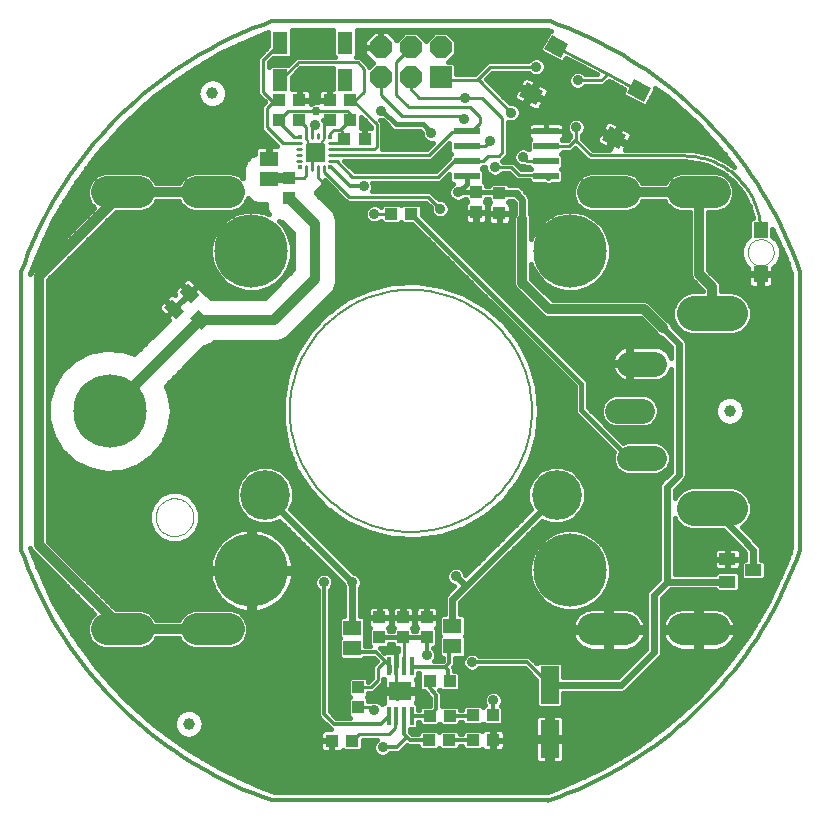
<source format=gtl>
G75*
%MOIN*%
%OFA0B0*%
%FSLAX24Y24*%
%IPPOS*%
%LPD*%
%AMOC8*
5,1,8,0,0,1.08239X$1,22.5*
%
%ADD10C,0.0000*%
%ADD11C,0.0120*%
%ADD12C,0.0105*%
%ADD13R,0.0134X0.0134*%
%ADD14C,0.0063*%
%ADD15R,0.0433X0.0394*%
%ADD16C,0.2441*%
%ADD17C,0.0827*%
%ADD18C,0.1181*%
%ADD19R,0.0870X0.0240*%
%ADD20R,0.0740X0.0740*%
%ADD21OC8,0.0740*%
%ADD22R,0.0591X0.0512*%
%ADD23R,0.0394X0.0433*%
%ADD24R,0.0394X0.0551*%
%ADD25C,0.1050*%
%ADD26R,0.0630X0.0512*%
%ADD27R,0.0630X0.1260*%
%ADD28C,0.0394*%
%ADD29R,0.0512X0.0748*%
%ADD30R,0.0551X0.0394*%
%ADD31C,0.0050*%
%ADD32C,0.1660*%
%ADD33R,0.0157X0.0630*%
%ADD34R,0.0744X0.0618*%
%ADD35R,0.0492X0.0551*%
%ADD36C,0.0354*%
%ADD37C,0.0200*%
%ADD38C,0.0257*%
%ADD39C,0.0079*%
%ADD40C,0.0100*%
%ADD41C,0.0160*%
%ADD42C,0.0218*%
%ADD43C,0.0297*%
%ADD44C,0.0240*%
%ADD45C,0.0320*%
D10*
X007814Y008645D02*
X007816Y008702D01*
X007822Y008759D01*
X007832Y008816D01*
X007845Y008872D01*
X007863Y008926D01*
X007884Y008980D01*
X007909Y009031D01*
X007938Y009081D01*
X007969Y009129D01*
X008004Y009174D01*
X008042Y009217D01*
X008083Y009257D01*
X008127Y009295D01*
X008173Y009329D01*
X008221Y009360D01*
X008272Y009387D01*
X008324Y009411D01*
X008377Y009432D01*
X008432Y009448D01*
X008488Y009461D01*
X008545Y009470D01*
X008602Y009475D01*
X008659Y009476D01*
X008717Y009473D01*
X008774Y009466D01*
X008830Y009455D01*
X008885Y009440D01*
X008940Y009422D01*
X008993Y009400D01*
X009044Y009374D01*
X009093Y009345D01*
X009140Y009312D01*
X009185Y009276D01*
X009228Y009238D01*
X009267Y009196D01*
X009304Y009152D01*
X009337Y009105D01*
X009367Y009056D01*
X009394Y009006D01*
X009417Y008953D01*
X009436Y008899D01*
X009452Y008844D01*
X009464Y008788D01*
X009472Y008731D01*
X009476Y008674D01*
X009476Y008616D01*
X009472Y008559D01*
X009464Y008502D01*
X009452Y008446D01*
X009436Y008391D01*
X009417Y008337D01*
X009394Y008284D01*
X009367Y008234D01*
X009337Y008185D01*
X009304Y008138D01*
X009267Y008094D01*
X009228Y008052D01*
X009185Y008014D01*
X009140Y007978D01*
X009093Y007945D01*
X009044Y007916D01*
X008993Y007890D01*
X008940Y007868D01*
X008885Y007850D01*
X008830Y007835D01*
X008774Y007824D01*
X008717Y007817D01*
X008659Y007814D01*
X008602Y007815D01*
X008545Y007820D01*
X008488Y007829D01*
X008432Y007842D01*
X008377Y007858D01*
X008324Y007879D01*
X008272Y007903D01*
X008221Y007930D01*
X008173Y007961D01*
X008127Y007995D01*
X008083Y008033D01*
X008042Y008073D01*
X008004Y008116D01*
X007969Y008161D01*
X007938Y008209D01*
X007909Y008259D01*
X007884Y008310D01*
X007863Y008364D01*
X007845Y008418D01*
X007832Y008474D01*
X007822Y008531D01*
X007816Y008588D01*
X007814Y008645D01*
X005456Y010416D02*
X005458Y010466D01*
X005464Y010516D01*
X005474Y010565D01*
X005488Y010613D01*
X005505Y010660D01*
X005526Y010705D01*
X005551Y010749D01*
X005579Y010790D01*
X005611Y010829D01*
X005645Y010866D01*
X005682Y010900D01*
X005722Y010930D01*
X005764Y010957D01*
X005808Y010981D01*
X005854Y011002D01*
X005901Y011018D01*
X005949Y011031D01*
X005999Y011040D01*
X006048Y011045D01*
X006099Y011046D01*
X006149Y011043D01*
X006198Y011036D01*
X006247Y011025D01*
X006295Y011010D01*
X006341Y010992D01*
X006386Y010970D01*
X006429Y010944D01*
X006470Y010915D01*
X006509Y010883D01*
X006545Y010848D01*
X006577Y010810D01*
X006607Y010770D01*
X006634Y010727D01*
X006657Y010683D01*
X006676Y010637D01*
X006692Y010589D01*
X006704Y010540D01*
X006712Y010491D01*
X006716Y010441D01*
X006716Y010391D01*
X006712Y010341D01*
X006704Y010292D01*
X006692Y010243D01*
X006676Y010195D01*
X006657Y010149D01*
X006634Y010105D01*
X006607Y010062D01*
X006577Y010022D01*
X006545Y009984D01*
X006509Y009949D01*
X006470Y009917D01*
X006429Y009888D01*
X006386Y009862D01*
X006341Y009840D01*
X006295Y009822D01*
X006247Y009807D01*
X006198Y009796D01*
X006149Y009789D01*
X006099Y009786D01*
X006048Y009787D01*
X005999Y009792D01*
X005949Y009801D01*
X005901Y009814D01*
X005854Y009830D01*
X005808Y009851D01*
X005764Y009875D01*
X005722Y009902D01*
X005682Y009932D01*
X005645Y009966D01*
X005611Y010003D01*
X005579Y010042D01*
X005551Y010083D01*
X005526Y010127D01*
X005505Y010172D01*
X005488Y010219D01*
X005474Y010267D01*
X005464Y010316D01*
X005458Y010366D01*
X005456Y010416D01*
X007814Y019274D02*
X007816Y019331D01*
X007822Y019388D01*
X007832Y019445D01*
X007845Y019501D01*
X007863Y019555D01*
X007884Y019609D01*
X007909Y019660D01*
X007938Y019710D01*
X007969Y019758D01*
X008004Y019803D01*
X008042Y019846D01*
X008083Y019886D01*
X008127Y019924D01*
X008173Y019958D01*
X008221Y019989D01*
X008272Y020016D01*
X008324Y020040D01*
X008377Y020061D01*
X008432Y020077D01*
X008488Y020090D01*
X008545Y020099D01*
X008602Y020104D01*
X008659Y020105D01*
X008717Y020102D01*
X008774Y020095D01*
X008830Y020084D01*
X008885Y020069D01*
X008940Y020051D01*
X008993Y020029D01*
X009044Y020003D01*
X009093Y019974D01*
X009140Y019941D01*
X009185Y019905D01*
X009228Y019867D01*
X009267Y019825D01*
X009304Y019781D01*
X009337Y019734D01*
X009367Y019685D01*
X009394Y019635D01*
X009417Y019582D01*
X009436Y019528D01*
X009452Y019473D01*
X009464Y019417D01*
X009472Y019360D01*
X009476Y019303D01*
X009476Y019245D01*
X009472Y019188D01*
X009464Y019131D01*
X009452Y019075D01*
X009436Y019020D01*
X009417Y018966D01*
X009394Y018913D01*
X009367Y018863D01*
X009337Y018814D01*
X009304Y018767D01*
X009267Y018723D01*
X009228Y018681D01*
X009185Y018643D01*
X009140Y018607D01*
X009093Y018574D01*
X009044Y018545D01*
X008993Y018519D01*
X008940Y018497D01*
X008885Y018479D01*
X008830Y018464D01*
X008774Y018453D01*
X008717Y018446D01*
X008659Y018443D01*
X008602Y018444D01*
X008545Y018449D01*
X008488Y018458D01*
X008432Y018471D01*
X008377Y018487D01*
X008324Y018508D01*
X008272Y018532D01*
X008221Y018559D01*
X008173Y018590D01*
X008127Y018624D01*
X008083Y018662D01*
X008042Y018702D01*
X008004Y018745D01*
X007969Y018790D01*
X007938Y018838D01*
X007909Y018888D01*
X007884Y018939D01*
X007863Y018993D01*
X007845Y019047D01*
X007832Y019103D01*
X007822Y019160D01*
X007816Y019217D01*
X007814Y019274D01*
X018443Y019274D02*
X018445Y019331D01*
X018451Y019388D01*
X018461Y019445D01*
X018474Y019501D01*
X018492Y019555D01*
X018513Y019609D01*
X018538Y019660D01*
X018567Y019710D01*
X018598Y019758D01*
X018633Y019803D01*
X018671Y019846D01*
X018712Y019886D01*
X018756Y019924D01*
X018802Y019958D01*
X018850Y019989D01*
X018901Y020016D01*
X018953Y020040D01*
X019006Y020061D01*
X019061Y020077D01*
X019117Y020090D01*
X019174Y020099D01*
X019231Y020104D01*
X019288Y020105D01*
X019346Y020102D01*
X019403Y020095D01*
X019459Y020084D01*
X019514Y020069D01*
X019569Y020051D01*
X019622Y020029D01*
X019673Y020003D01*
X019722Y019974D01*
X019769Y019941D01*
X019814Y019905D01*
X019857Y019867D01*
X019896Y019825D01*
X019933Y019781D01*
X019966Y019734D01*
X019996Y019685D01*
X020023Y019635D01*
X020046Y019582D01*
X020065Y019528D01*
X020081Y019473D01*
X020093Y019417D01*
X020101Y019360D01*
X020105Y019303D01*
X020105Y019245D01*
X020101Y019188D01*
X020093Y019131D01*
X020081Y019075D01*
X020065Y019020D01*
X020046Y018966D01*
X020023Y018913D01*
X019996Y018863D01*
X019966Y018814D01*
X019933Y018767D01*
X019896Y018723D01*
X019857Y018681D01*
X019814Y018643D01*
X019769Y018607D01*
X019722Y018574D01*
X019673Y018545D01*
X019622Y018519D01*
X019569Y018497D01*
X019514Y018479D01*
X019459Y018464D01*
X019403Y018453D01*
X019346Y018446D01*
X019288Y018443D01*
X019231Y018444D01*
X019174Y018449D01*
X019117Y018458D01*
X019061Y018471D01*
X019006Y018487D01*
X018953Y018508D01*
X018901Y018532D01*
X018850Y018559D01*
X018802Y018590D01*
X018756Y018624D01*
X018712Y018662D01*
X018671Y018702D01*
X018633Y018745D01*
X018598Y018790D01*
X018567Y018838D01*
X018538Y018888D01*
X018513Y018939D01*
X018492Y018993D01*
X018474Y019047D01*
X018461Y019103D01*
X018451Y019160D01*
X018445Y019217D01*
X018443Y019274D01*
X025190Y019245D02*
X025192Y019286D01*
X025198Y019327D01*
X025208Y019367D01*
X025221Y019406D01*
X025238Y019443D01*
X025259Y019479D01*
X025283Y019513D01*
X025310Y019544D01*
X025339Y019572D01*
X025372Y019598D01*
X025406Y019620D01*
X025443Y019639D01*
X025481Y019654D01*
X025521Y019666D01*
X025561Y019674D01*
X025602Y019678D01*
X025644Y019678D01*
X025685Y019674D01*
X025725Y019666D01*
X025765Y019654D01*
X025803Y019639D01*
X025839Y019620D01*
X025874Y019598D01*
X025907Y019572D01*
X025936Y019544D01*
X025963Y019513D01*
X025987Y019479D01*
X026008Y019443D01*
X026025Y019406D01*
X026038Y019367D01*
X026048Y019327D01*
X026054Y019286D01*
X026056Y019245D01*
X026054Y019204D01*
X026048Y019163D01*
X026038Y019123D01*
X026025Y019084D01*
X026008Y019047D01*
X025987Y019011D01*
X025963Y018977D01*
X025936Y018946D01*
X025907Y018918D01*
X025874Y018892D01*
X025840Y018870D01*
X025803Y018851D01*
X025765Y018836D01*
X025725Y018824D01*
X025685Y018816D01*
X025644Y018812D01*
X025602Y018812D01*
X025561Y018816D01*
X025521Y018824D01*
X025481Y018836D01*
X025443Y018851D01*
X025407Y018870D01*
X025372Y018892D01*
X025339Y018918D01*
X025310Y018946D01*
X025283Y018977D01*
X025259Y019011D01*
X025238Y019047D01*
X025221Y019084D01*
X025208Y019123D01*
X025198Y019163D01*
X025192Y019204D01*
X025190Y019245D01*
X018443Y008645D02*
X018445Y008702D01*
X018451Y008759D01*
X018461Y008816D01*
X018474Y008872D01*
X018492Y008926D01*
X018513Y008980D01*
X018538Y009031D01*
X018567Y009081D01*
X018598Y009129D01*
X018633Y009174D01*
X018671Y009217D01*
X018712Y009257D01*
X018756Y009295D01*
X018802Y009329D01*
X018850Y009360D01*
X018901Y009387D01*
X018953Y009411D01*
X019006Y009432D01*
X019061Y009448D01*
X019117Y009461D01*
X019174Y009470D01*
X019231Y009475D01*
X019288Y009476D01*
X019346Y009473D01*
X019403Y009466D01*
X019459Y009455D01*
X019514Y009440D01*
X019569Y009422D01*
X019622Y009400D01*
X019673Y009374D01*
X019722Y009345D01*
X019769Y009312D01*
X019814Y009276D01*
X019857Y009238D01*
X019896Y009196D01*
X019933Y009152D01*
X019966Y009105D01*
X019996Y009056D01*
X020023Y009006D01*
X020046Y008953D01*
X020065Y008899D01*
X020081Y008844D01*
X020093Y008788D01*
X020101Y008731D01*
X020105Y008674D01*
X020105Y008616D01*
X020101Y008559D01*
X020093Y008502D01*
X020081Y008446D01*
X020065Y008391D01*
X020046Y008337D01*
X020023Y008284D01*
X019996Y008234D01*
X019966Y008185D01*
X019933Y008138D01*
X019896Y008094D01*
X019857Y008052D01*
X019814Y008014D01*
X019769Y007978D01*
X019722Y007945D01*
X019673Y007916D01*
X019622Y007890D01*
X019569Y007868D01*
X019514Y007850D01*
X019459Y007835D01*
X019403Y007824D01*
X019346Y007817D01*
X019288Y007814D01*
X019231Y007815D01*
X019174Y007820D01*
X019117Y007829D01*
X019061Y007842D01*
X019006Y007858D01*
X018953Y007879D01*
X018901Y007903D01*
X018850Y007930D01*
X018802Y007961D01*
X018756Y007995D01*
X018712Y008033D01*
X018671Y008073D01*
X018633Y008116D01*
X018598Y008161D01*
X018567Y008209D01*
X018538Y008259D01*
X018513Y008310D01*
X018492Y008364D01*
X018474Y008418D01*
X018461Y008474D01*
X018451Y008531D01*
X018445Y008588D01*
X018443Y008645D01*
D11*
X015349Y006113D02*
X015227Y005991D01*
X015227Y005554D01*
X015089Y005416D01*
X015200Y005306D01*
X015200Y005003D01*
X015256Y004947D01*
X015089Y005416D02*
X014023Y005416D01*
X013989Y005450D01*
X014486Y005806D02*
X014486Y006404D01*
X014488Y006405D01*
X015999Y005582D02*
X017823Y005582D01*
X017841Y005574D02*
X018586Y004830D01*
X017841Y005575D02*
X017836Y005579D01*
X017829Y005581D01*
X017823Y005582D01*
X016715Y004314D02*
X016691Y004289D01*
X016691Y003814D01*
X016022Y003814D02*
X016007Y003799D01*
X015254Y003799D01*
X014814Y004028D02*
X014585Y003799D01*
X014582Y003797D01*
X013989Y003797D01*
X013733Y003797D02*
X013723Y003599D01*
X013739Y003584D01*
X013739Y003184D01*
X013836Y003087D01*
X013491Y002743D01*
X013023Y002743D01*
X013836Y003087D02*
X013941Y002982D01*
X014566Y002982D01*
X015235Y002982D02*
X016031Y002982D01*
X014814Y004028D02*
X014814Y004479D01*
X014586Y004707D01*
X014586Y004947D01*
X013605Y004623D02*
X013477Y004564D01*
X013221Y003797D02*
X013221Y003773D01*
X012975Y003526D01*
X011400Y003526D01*
X011056Y003871D01*
X011056Y008251D01*
X012208Y005971D02*
X012267Y005912D01*
X012802Y005912D01*
X015999Y005582D02*
X016022Y005559D01*
X018544Y000967D02*
X018586Y000980D01*
X009334Y000980D01*
X000980Y009334D02*
X000980Y018586D01*
X011269Y022084D02*
X011288Y022084D01*
X011305Y022076D02*
X011942Y021440D01*
X012385Y021440D01*
X011306Y022077D02*
X011301Y022081D01*
X011294Y022083D01*
X011288Y022084D01*
X009334Y026939D02*
X018586Y026939D01*
X026939Y018586D02*
X026939Y009334D01*
X026827Y009023D01*
X026708Y008714D01*
X026582Y008409D01*
X026448Y008107D01*
X026306Y007808D01*
X026158Y007513D01*
X026002Y007222D01*
X025839Y006934D01*
X025669Y006651D01*
X025492Y006371D01*
X025308Y006097D01*
X025118Y005826D01*
X024921Y005561D01*
X024718Y005300D01*
X024508Y005045D01*
X024292Y004795D01*
X024070Y004550D01*
X023842Y004310D01*
X023609Y004077D01*
X023369Y003849D01*
X023124Y003627D01*
X022874Y003411D01*
X022619Y003201D01*
X022358Y002998D01*
X022093Y002801D01*
X021822Y002611D01*
X021548Y002427D01*
X021268Y002250D01*
X020985Y002080D01*
X020697Y001917D01*
X020406Y001761D01*
X020111Y001613D01*
X019812Y001471D01*
X019510Y001337D01*
X019205Y001211D01*
X018896Y001092D01*
X018585Y000980D01*
X009334Y000980D02*
X009023Y001092D01*
X008714Y001211D01*
X008409Y001337D01*
X008107Y001471D01*
X007808Y001613D01*
X007513Y001761D01*
X007222Y001917D01*
X006934Y002080D01*
X006651Y002250D01*
X006371Y002427D01*
X006097Y002611D01*
X005826Y002801D01*
X005561Y002998D01*
X005300Y003201D01*
X005045Y003411D01*
X004795Y003627D01*
X004550Y003849D01*
X004310Y004077D01*
X004077Y004310D01*
X003849Y004550D01*
X003627Y004795D01*
X003411Y005045D01*
X003201Y005300D01*
X002998Y005561D01*
X002801Y005826D01*
X002611Y006097D01*
X002427Y006371D01*
X002250Y006651D01*
X002080Y006934D01*
X001917Y007222D01*
X001761Y007513D01*
X001613Y007808D01*
X001471Y008107D01*
X001337Y008409D01*
X001211Y008714D01*
X001092Y009023D01*
X000980Y009334D01*
X000980Y018585D02*
X001092Y018896D01*
X001211Y019205D01*
X001337Y019510D01*
X001471Y019812D01*
X001613Y020111D01*
X001761Y020406D01*
X001917Y020697D01*
X002080Y020985D01*
X002250Y021268D01*
X002427Y021548D01*
X002611Y021822D01*
X002801Y022093D01*
X002998Y022358D01*
X003201Y022619D01*
X003411Y022874D01*
X003627Y023124D01*
X003849Y023369D01*
X004077Y023609D01*
X004310Y023842D01*
X004550Y024070D01*
X004795Y024292D01*
X005045Y024508D01*
X005300Y024718D01*
X005561Y024921D01*
X005826Y025118D01*
X006097Y025308D01*
X006371Y025492D01*
X006651Y025669D01*
X006934Y025839D01*
X007222Y026002D01*
X007513Y026158D01*
X007808Y026306D01*
X008107Y026448D01*
X008409Y026582D01*
X008714Y026708D01*
X009023Y026827D01*
X009334Y026939D01*
X018585Y026939D02*
X018896Y026827D01*
X019205Y026708D01*
X019510Y026582D01*
X019812Y026448D01*
X020111Y026306D01*
X020406Y026158D01*
X020697Y026002D01*
X020985Y025839D01*
X021268Y025669D01*
X021548Y025492D01*
X021822Y025308D01*
X022093Y025118D01*
X022358Y024921D01*
X022619Y024718D01*
X022874Y024508D01*
X023124Y024292D01*
X023369Y024070D01*
X023609Y023842D01*
X023842Y023609D01*
X024070Y023369D01*
X024292Y023124D01*
X024508Y022874D01*
X024718Y022619D01*
X024921Y022358D01*
X025118Y022093D01*
X025308Y021822D01*
X025492Y021548D01*
X025669Y021268D01*
X025839Y020985D01*
X026002Y020697D01*
X026158Y020406D01*
X026306Y020111D01*
X026448Y019812D01*
X026582Y019510D01*
X026708Y019205D01*
X026827Y018896D01*
X026939Y018585D01*
D12*
X011228Y022283D02*
X011228Y022289D01*
X011364Y022289D01*
X011364Y022283D01*
X011228Y022283D01*
X011228Y022480D02*
X011228Y022486D01*
X011364Y022486D01*
X011364Y022480D01*
X011228Y022480D01*
X011228Y022677D02*
X011228Y022683D01*
X011364Y022683D01*
X011364Y022677D01*
X011228Y022677D01*
X011228Y022874D02*
X011228Y022880D01*
X011364Y022880D01*
X011364Y022874D01*
X011228Y022874D01*
X011069Y023175D02*
X011063Y023175D01*
X011069Y023175D02*
X011069Y023039D01*
X011063Y023039D01*
X011063Y023175D01*
X011069Y023143D02*
X011063Y023143D01*
X010872Y023175D02*
X010866Y023175D01*
X010872Y023175D02*
X010872Y023039D01*
X010866Y023039D01*
X010866Y023175D01*
X010872Y023143D02*
X010866Y023143D01*
X010675Y023175D02*
X010669Y023175D01*
X010675Y023175D02*
X010675Y023039D01*
X010669Y023039D01*
X010669Y023175D01*
X010675Y023143D02*
X010669Y023143D01*
X010478Y023175D02*
X010472Y023175D01*
X010478Y023175D02*
X010478Y023039D01*
X010472Y023039D01*
X010472Y023175D01*
X010478Y023143D02*
X010472Y023143D01*
X010313Y022880D02*
X010313Y022874D01*
X010177Y022874D01*
X010177Y022880D01*
X010313Y022880D01*
X010313Y022683D02*
X010313Y022677D01*
X010177Y022677D01*
X010177Y022683D01*
X010313Y022683D01*
X010313Y022486D02*
X010313Y022480D01*
X010177Y022480D01*
X010177Y022486D01*
X010313Y022486D01*
X010313Y022289D02*
X010313Y022283D01*
X010177Y022283D01*
X010177Y022289D01*
X010313Y022289D01*
X010472Y021988D02*
X010478Y021988D01*
X010472Y021988D02*
X010472Y022124D01*
X010478Y022124D01*
X010478Y021988D01*
X010478Y022092D02*
X010472Y022092D01*
X010669Y021988D02*
X010675Y021988D01*
X010669Y021988D02*
X010669Y022124D01*
X010675Y022124D01*
X010675Y021988D01*
X010675Y022092D02*
X010669Y022092D01*
X010866Y021988D02*
X010872Y021988D01*
X010866Y021988D02*
X010866Y022124D01*
X010872Y022124D01*
X010872Y021988D01*
X010872Y022092D02*
X010866Y022092D01*
X011063Y021988D02*
X011069Y021988D01*
X011063Y021988D02*
X011063Y022124D01*
X011069Y022124D01*
X011069Y021988D01*
X011069Y022092D02*
X011063Y022092D01*
D13*
X011269Y022084D03*
X011269Y023080D03*
X010273Y023080D03*
X010273Y022080D03*
D14*
X011055Y022298D02*
X011055Y022866D01*
X011055Y022298D02*
X010487Y022298D01*
X010487Y022866D01*
X011055Y022866D01*
X011055Y022360D02*
X010487Y022360D01*
X010487Y022422D02*
X011055Y022422D01*
X011055Y022484D02*
X010487Y022484D01*
X010487Y022546D02*
X011055Y022546D01*
X011055Y022608D02*
X010487Y022608D01*
X010487Y022670D02*
X011055Y022670D01*
X011055Y022732D02*
X010487Y022732D01*
X010487Y022794D02*
X011055Y022794D01*
X011055Y022856D02*
X010487Y022856D01*
D15*
X010239Y023645D03*
X009570Y023645D03*
X009570Y024314D03*
X010239Y024314D03*
X011263Y024314D03*
X011932Y024314D03*
X011936Y023645D03*
X011751Y023026D03*
X012420Y023026D03*
X011267Y023645D03*
X013310Y020534D03*
X013979Y020534D03*
X014586Y004947D03*
X015256Y004947D03*
X015254Y003799D03*
X014585Y003799D03*
X014566Y002982D03*
X015235Y002982D03*
X016031Y002982D03*
X016700Y002982D03*
X016691Y003814D03*
X016022Y003814D03*
X012001Y002961D03*
X011332Y002961D03*
D16*
X008645Y008645D03*
X003920Y013960D03*
X008645Y019274D03*
X019274Y019274D03*
X019274Y008645D03*
D17*
X021243Y012385D02*
X022070Y012385D01*
X021676Y013960D02*
X020849Y013960D01*
X021243Y015534D02*
X022070Y015534D01*
D18*
X023408Y017208D02*
X024589Y017208D01*
X024589Y010711D02*
X023408Y010711D01*
D19*
X018469Y021782D03*
X018469Y022282D03*
X018469Y022782D03*
X018469Y023282D03*
X015819Y023282D03*
X015819Y022782D03*
X015819Y022282D03*
X015819Y021782D03*
D20*
X014960Y025074D03*
D21*
X013960Y025074D03*
X012960Y025074D03*
X012960Y026074D03*
X013960Y026074D03*
X014960Y026074D03*
D22*
X009235Y022365D03*
X009235Y021696D03*
X012011Y006727D03*
X012011Y006058D03*
X015349Y006113D03*
X015349Y006782D03*
D23*
X014488Y007075D03*
X014488Y006405D03*
X013700Y006405D03*
X012913Y006405D03*
X012913Y007075D03*
X013700Y007075D03*
X012210Y004743D03*
X012210Y004074D03*
X016135Y020574D03*
X016912Y020544D03*
X016912Y021213D03*
X016135Y021243D03*
X009904Y021066D03*
X009904Y021735D03*
D24*
G36*
X006262Y017932D02*
X006540Y018210D01*
X006928Y017822D01*
X006650Y017544D01*
X006262Y017932D01*
G37*
G36*
X005733Y017403D02*
X006011Y017681D01*
X006399Y017293D01*
X006121Y017015D01*
X005733Y017403D01*
G37*
G36*
X006610Y017055D02*
X006888Y017333D01*
X007276Y016945D01*
X006998Y016667D01*
X006610Y017055D01*
G37*
D25*
X006835Y021243D02*
X007885Y021243D01*
X004885Y021243D02*
X003835Y021243D01*
X020035Y021243D02*
X021085Y021243D01*
X023035Y021243D02*
X024085Y021243D01*
X024085Y006676D02*
X023035Y006676D01*
X021085Y006676D02*
X020035Y006676D01*
X007885Y006676D02*
X006835Y006676D01*
X004885Y006676D02*
X003835Y006676D01*
D26*
G36*
X020585Y023441D02*
X021140Y023146D01*
X020899Y022695D01*
X020344Y022990D01*
X020585Y023441D01*
G37*
G36*
X021417Y025005D02*
X021972Y024710D01*
X021731Y024259D01*
X021176Y024554D01*
X021417Y025005D01*
G37*
G36*
X018654Y026474D02*
X019209Y026179D01*
X018968Y025728D01*
X018413Y026023D01*
X018654Y026474D01*
G37*
G36*
X017822Y024910D02*
X018377Y024615D01*
X018136Y024164D01*
X017581Y024459D01*
X017822Y024910D01*
G37*
D27*
X018586Y004830D03*
X018586Y003019D03*
D28*
X006558Y003526D03*
X024589Y013960D03*
X007345Y024550D03*
D29*
X009609Y024975D03*
X009609Y026235D03*
X011774Y026235D03*
X011774Y024975D03*
D30*
X024511Y009019D03*
X025377Y008645D03*
X024511Y008271D03*
D31*
X009925Y013960D02*
X009927Y014087D01*
X009933Y014213D01*
X009943Y014340D01*
X009957Y014466D01*
X009975Y014591D01*
X009996Y014716D01*
X010022Y014840D01*
X010052Y014963D01*
X010085Y015086D01*
X010122Y015207D01*
X010164Y015327D01*
X010208Y015445D01*
X010257Y015562D01*
X010309Y015678D01*
X010365Y015792D01*
X010424Y015904D01*
X010487Y016014D01*
X010553Y016122D01*
X010623Y016228D01*
X010696Y016332D01*
X010772Y016433D01*
X010851Y016532D01*
X010933Y016628D01*
X011019Y016722D01*
X011107Y016813D01*
X011198Y016901D01*
X011292Y016987D01*
X011388Y017069D01*
X011487Y017148D01*
X011588Y017224D01*
X011692Y017297D01*
X011798Y017367D01*
X011906Y017433D01*
X012016Y017496D01*
X012128Y017555D01*
X012242Y017611D01*
X012358Y017663D01*
X012475Y017712D01*
X012593Y017756D01*
X012713Y017798D01*
X012834Y017835D01*
X012957Y017868D01*
X013080Y017898D01*
X013204Y017924D01*
X013329Y017945D01*
X013454Y017963D01*
X013580Y017977D01*
X013707Y017987D01*
X013833Y017993D01*
X013960Y017995D01*
X014087Y017993D01*
X014213Y017987D01*
X014340Y017977D01*
X014466Y017963D01*
X014591Y017945D01*
X014716Y017924D01*
X014840Y017898D01*
X014963Y017868D01*
X015086Y017835D01*
X015207Y017798D01*
X015327Y017756D01*
X015445Y017712D01*
X015562Y017663D01*
X015678Y017611D01*
X015792Y017555D01*
X015904Y017496D01*
X016014Y017433D01*
X016122Y017367D01*
X016228Y017297D01*
X016332Y017224D01*
X016433Y017148D01*
X016532Y017069D01*
X016628Y016987D01*
X016722Y016901D01*
X016813Y016813D01*
X016901Y016722D01*
X016987Y016628D01*
X017069Y016532D01*
X017148Y016433D01*
X017224Y016332D01*
X017297Y016228D01*
X017367Y016122D01*
X017433Y016014D01*
X017496Y015904D01*
X017555Y015792D01*
X017611Y015678D01*
X017663Y015562D01*
X017712Y015445D01*
X017756Y015327D01*
X017798Y015207D01*
X017835Y015086D01*
X017868Y014963D01*
X017898Y014840D01*
X017924Y014716D01*
X017945Y014591D01*
X017963Y014466D01*
X017977Y014340D01*
X017987Y014213D01*
X017993Y014087D01*
X017995Y013960D01*
X017993Y013833D01*
X017987Y013707D01*
X017977Y013580D01*
X017963Y013454D01*
X017945Y013329D01*
X017924Y013204D01*
X017898Y013080D01*
X017868Y012957D01*
X017835Y012834D01*
X017798Y012713D01*
X017756Y012593D01*
X017712Y012475D01*
X017663Y012358D01*
X017611Y012242D01*
X017555Y012128D01*
X017496Y012016D01*
X017433Y011906D01*
X017367Y011798D01*
X017297Y011692D01*
X017224Y011588D01*
X017148Y011487D01*
X017069Y011388D01*
X016987Y011292D01*
X016901Y011198D01*
X016813Y011107D01*
X016722Y011019D01*
X016628Y010933D01*
X016532Y010851D01*
X016433Y010772D01*
X016332Y010696D01*
X016228Y010623D01*
X016122Y010553D01*
X016014Y010487D01*
X015904Y010424D01*
X015792Y010365D01*
X015678Y010309D01*
X015562Y010257D01*
X015445Y010208D01*
X015327Y010164D01*
X015207Y010122D01*
X015086Y010085D01*
X014963Y010052D01*
X014840Y010022D01*
X014716Y009996D01*
X014591Y009975D01*
X014466Y009957D01*
X014340Y009943D01*
X014213Y009933D01*
X014087Y009927D01*
X013960Y009925D01*
X013833Y009927D01*
X013707Y009933D01*
X013580Y009943D01*
X013454Y009957D01*
X013329Y009975D01*
X013204Y009996D01*
X013080Y010022D01*
X012957Y010052D01*
X012834Y010085D01*
X012713Y010122D01*
X012593Y010164D01*
X012475Y010208D01*
X012358Y010257D01*
X012242Y010309D01*
X012128Y010365D01*
X012016Y010424D01*
X011906Y010487D01*
X011798Y010553D01*
X011692Y010623D01*
X011588Y010696D01*
X011487Y010772D01*
X011388Y010851D01*
X011292Y010933D01*
X011198Y011019D01*
X011107Y011107D01*
X011019Y011198D01*
X010933Y011292D01*
X010851Y011388D01*
X010772Y011487D01*
X010696Y011588D01*
X010623Y011692D01*
X010553Y011798D01*
X010487Y011906D01*
X010424Y012016D01*
X010365Y012128D01*
X010309Y012242D01*
X010257Y012358D01*
X010208Y012475D01*
X010164Y012593D01*
X010122Y012713D01*
X010085Y012834D01*
X010052Y012957D01*
X010022Y013080D01*
X009996Y013204D01*
X009975Y013329D01*
X009957Y013454D01*
X009943Y013580D01*
X009933Y013707D01*
X009927Y013833D01*
X009925Y013960D01*
D32*
X009101Y011154D03*
X018818Y011154D03*
D33*
X013989Y005450D03*
X013733Y005450D03*
X013477Y005450D03*
X013221Y005450D03*
X013221Y003797D03*
X013477Y003797D03*
X013733Y003797D03*
X013989Y003797D03*
D34*
X013605Y004623D03*
D35*
X025623Y018517D03*
X025623Y019973D03*
D36*
X026307Y017333D03*
X026398Y015528D03*
X026398Y012329D03*
X026368Y010110D03*
X025278Y007306D03*
X022129Y003694D03*
X020639Y002746D03*
X017523Y001765D03*
X016715Y004314D03*
X015574Y004397D03*
X014431Y004325D03*
X012747Y003983D03*
X013023Y002743D03*
X013241Y001666D03*
X009402Y001814D03*
X007444Y003029D03*
X010155Y004983D03*
X010111Y006897D03*
X011056Y008251D03*
X012011Y008245D03*
X011774Y009708D03*
X013782Y008920D03*
X015456Y008448D03*
X016056Y009619D03*
X017404Y010593D03*
X019748Y012492D03*
X018728Y013761D03*
X019836Y016125D03*
X022375Y016715D03*
X022208Y018113D03*
X016952Y018290D03*
X016322Y019334D03*
X014944Y020692D03*
X015534Y021243D03*
X016765Y022080D03*
X017700Y022424D03*
X016617Y022965D03*
X015731Y023704D03*
X015780Y024393D03*
X017306Y023900D03*
X018143Y025426D03*
X019521Y024983D03*
X019471Y023408D03*
X022380Y024028D03*
X014649Y023211D03*
X013866Y022995D03*
X013960Y022119D03*
X012532Y022119D03*
X012385Y021440D03*
X012739Y020534D03*
X011794Y020249D03*
X013428Y018950D03*
X014137Y019629D03*
X011952Y018536D03*
X009393Y015987D03*
X007611Y015790D03*
X006578Y014816D03*
X006430Y013192D03*
X005593Y011912D03*
X002293Y011556D03*
X002539Y009484D03*
X008841Y013448D03*
X005042Y016774D03*
X005295Y018131D03*
X002365Y018226D03*
X002365Y016351D03*
X002490Y020351D03*
X005542Y023973D03*
X006785Y025128D03*
X008194Y025780D03*
X010723Y026392D03*
X010723Y025113D03*
X010771Y023487D03*
X008924Y023015D03*
X008088Y023717D03*
X012975Y023960D03*
X022209Y013254D03*
X018034Y006906D03*
X015999Y005582D03*
X014486Y005806D03*
D37*
X010913Y022444D03*
X010908Y022719D03*
X010633Y022719D03*
X010633Y022444D03*
D38*
X011105Y021479D03*
D39*
X010869Y022400D02*
X010913Y022444D01*
X010908Y022719D02*
X011007Y022818D01*
X011007Y022936D01*
X011066Y022995D01*
X011066Y023107D01*
X010540Y022950D02*
X010540Y022812D01*
X010633Y022719D01*
X010550Y022802D01*
X010540Y022950D02*
X010475Y023015D01*
X010475Y023107D01*
D40*
X010475Y023408D01*
X010239Y023645D01*
X009881Y023956D02*
X010802Y023956D01*
X011837Y023956D01*
X011952Y023841D01*
X011952Y023660D01*
X011936Y023645D01*
X011912Y023668D01*
X011936Y023645D02*
X011617Y023326D01*
X011660Y023282D01*
X011660Y022967D01*
X011570Y022877D01*
X011296Y022877D01*
X011625Y022877D01*
X011751Y023026D01*
X011617Y023326D02*
X011389Y023326D01*
X011269Y023206D01*
X011269Y023080D01*
X011296Y022877D02*
X011341Y022877D01*
X011296Y022680D02*
X012735Y022680D01*
X012818Y022763D01*
X012818Y023507D01*
X012011Y024314D01*
X011932Y024314D01*
X012099Y024314D01*
X012116Y024321D02*
X012385Y024589D01*
X012385Y025367D01*
X012378Y025384D02*
X012188Y025574D01*
X010218Y025574D01*
X010200Y025566D02*
X009609Y024975D01*
X009570Y024314D02*
X009324Y024314D01*
X009307Y024321D02*
X009038Y024589D01*
X009038Y025654D01*
X009045Y025671D02*
X009609Y026235D01*
X009045Y025672D02*
X009040Y025664D01*
X009038Y025654D01*
X010200Y025567D02*
X010205Y025571D01*
X010212Y025573D01*
X010218Y025574D01*
X009570Y024314D02*
X009511Y024314D01*
X009550Y024274D02*
X009570Y024314D01*
X009432Y024314D01*
X009156Y024038D01*
X009156Y023408D01*
X009688Y022877D01*
X010245Y022877D01*
X010273Y023080D02*
X010259Y023093D01*
X010062Y023093D01*
X009570Y023586D01*
X009570Y023645D01*
X009881Y023956D01*
X009324Y024313D02*
X009318Y024314D01*
X009311Y024316D01*
X009306Y024320D01*
X010672Y023389D02*
X010771Y023487D01*
X010672Y023389D02*
X010672Y023107D01*
X010633Y022719D02*
X010633Y022717D01*
X010640Y022710D01*
X010771Y022582D02*
X010908Y022719D01*
X010633Y022444D02*
X010672Y022404D01*
X010672Y022056D01*
X010475Y022056D02*
X010475Y021814D01*
X010397Y021735D01*
X009904Y021735D01*
X010869Y021755D02*
X011105Y021479D01*
X010869Y021755D02*
X010869Y022056D01*
X011066Y022056D02*
X011066Y021932D01*
X011912Y021086D01*
X014550Y021086D01*
X014944Y020692D01*
X014870Y021760D02*
X015393Y022282D01*
X015819Y022282D01*
X016377Y022282D01*
X016548Y022454D01*
X016893Y022454D01*
X017011Y022572D01*
X017011Y023693D01*
X017004Y023711D02*
X016329Y024385D01*
X016312Y024393D02*
X015780Y024393D01*
X014265Y024393D01*
X014248Y024400D02*
X013967Y024681D01*
X013960Y024698D02*
X013960Y025074D01*
X013959Y024698D02*
X013961Y024688D01*
X013966Y024680D01*
X014247Y024399D02*
X014252Y024395D01*
X014259Y024393D01*
X014265Y024392D01*
X013871Y024097D02*
X013865Y024098D01*
X013858Y024100D01*
X013853Y024104D01*
X013854Y024105D02*
X013467Y024491D01*
X013467Y025493D01*
X013475Y025510D02*
X013475Y025589D01*
X013960Y026074D01*
X013474Y025511D02*
X013469Y025503D01*
X013467Y025493D01*
X012960Y025074D02*
X012960Y024517D01*
X012967Y024500D02*
X013664Y023802D01*
X015623Y023802D01*
X015640Y023795D02*
X015731Y023704D01*
X015641Y023795D02*
X015636Y023799D01*
X015629Y023801D01*
X015623Y023802D01*
X015928Y024097D02*
X016265Y023760D01*
X016273Y023743D02*
X016273Y023556D01*
X016006Y023290D01*
X015989Y023282D02*
X015819Y023282D01*
X015804Y023268D01*
X015787Y023261D02*
X015337Y023261D01*
X014567Y022490D01*
X014550Y022483D02*
X011296Y022483D01*
X011296Y022286D02*
X011489Y022286D01*
X012016Y021760D01*
X014870Y021760D01*
X015813Y022276D02*
X015819Y022282D01*
X015819Y022782D02*
X016434Y022782D01*
X016617Y022965D01*
X016007Y023289D02*
X016002Y023285D01*
X015995Y023283D01*
X015989Y023282D01*
X015805Y023267D02*
X015800Y023263D01*
X015793Y023261D01*
X015787Y023260D01*
X016273Y023743D02*
X016271Y023753D01*
X016266Y023761D01*
X015928Y024097D02*
X013871Y024097D01*
X012966Y024499D02*
X012961Y024507D01*
X012959Y024517D01*
X012117Y024320D02*
X012112Y024316D01*
X012105Y024314D01*
X012099Y024313D01*
X011932Y024314D02*
X011834Y024314D01*
X011873Y024314D02*
X011932Y024314D01*
X011267Y023645D02*
X011204Y023645D01*
X011066Y023507D01*
X011066Y023107D01*
X010273Y023080D02*
X010115Y023080D01*
X012385Y025367D02*
X012383Y025377D01*
X012378Y025385D01*
X014960Y025074D02*
X015038Y024995D01*
X016174Y024995D01*
X016598Y025419D01*
X016615Y025426D02*
X018143Y025426D01*
X018811Y026101D02*
X020518Y025193D01*
X020315Y024990D01*
X020298Y024983D02*
X019521Y024983D01*
X020298Y024983D02*
X020304Y024984D01*
X020311Y024986D01*
X020316Y024990D01*
X020518Y025193D02*
X021574Y024632D01*
X019471Y023408D02*
X019471Y023015D01*
X019471Y022976D01*
X019479Y022958D02*
X019963Y022473D01*
X023054Y022473D01*
X023153Y022471D01*
X023252Y022465D01*
X023351Y022456D01*
X023449Y022442D01*
X023547Y022425D01*
X023644Y022404D01*
X023740Y022380D01*
X023835Y022352D01*
X023929Y022320D01*
X024021Y022284D01*
X024112Y022245D01*
X024202Y022202D01*
X024290Y022156D01*
X024376Y022107D01*
X024460Y022054D01*
X024542Y021999D01*
X024622Y021940D01*
X024699Y021878D01*
X024774Y021813D01*
X024846Y021745D01*
X024916Y021674D01*
X024983Y021601D01*
X025047Y021526D01*
X025108Y021447D01*
X025166Y021367D01*
X025221Y021285D01*
X025273Y021200D01*
X025321Y021113D01*
X025366Y021025D01*
X025408Y020935D01*
X025446Y020843D01*
X025480Y020750D01*
X025511Y020656D01*
X025538Y020561D01*
X025562Y020464D01*
X025582Y020367D01*
X025598Y020269D01*
X025610Y020171D01*
X025618Y020072D01*
X025623Y019973D01*
X019478Y022958D02*
X019473Y022966D01*
X019471Y022976D01*
X019471Y023015D02*
X019246Y022790D01*
X019229Y022782D02*
X018469Y022782D01*
X018469Y022282D02*
X017841Y022282D01*
X017700Y022424D01*
X017306Y022080D02*
X017552Y021834D01*
X018417Y021834D01*
X018469Y021782D01*
X018502Y022247D02*
X018469Y022282D01*
X019229Y022782D02*
X019235Y022783D01*
X019242Y022785D01*
X019247Y022789D01*
X017306Y022080D02*
X016765Y022080D01*
X017011Y023693D02*
X017009Y023703D01*
X017004Y023711D01*
X017306Y023900D02*
X016219Y024988D01*
X016201Y024995D02*
X016174Y024995D01*
X016201Y024995D02*
X016207Y024994D01*
X016214Y024992D01*
X016219Y024988D01*
X016597Y025419D02*
X016602Y025423D01*
X016609Y025425D01*
X016615Y025426D01*
X016312Y024393D02*
X016318Y024392D01*
X016325Y024390D01*
X016330Y024386D01*
X014568Y022490D02*
X014563Y022486D01*
X014556Y022484D01*
X014550Y022483D01*
X013310Y020534D02*
X012739Y020534D01*
X013700Y006405D02*
X013733Y006372D01*
X013733Y005450D01*
X013477Y005450D02*
X013477Y004751D01*
X013605Y004623D01*
X012857Y004975D02*
X012625Y004743D01*
X012210Y004743D01*
X012857Y004975D02*
X012857Y005389D01*
X013091Y005623D01*
X012802Y005912D01*
X013091Y005623D02*
X013221Y005493D01*
X013221Y005450D01*
X013989Y005450D02*
X013993Y005450D01*
X015282Y006046D02*
X015349Y006113D01*
X012747Y003983D02*
X012629Y004101D01*
X012238Y004101D01*
X012210Y004074D01*
X013221Y003797D02*
X013221Y003674D01*
X013448Y003580D02*
X013448Y003389D01*
X013243Y003184D01*
X012224Y003184D01*
X012001Y002961D01*
X013448Y003580D02*
X013477Y003797D01*
X014585Y003799D02*
X014704Y003698D01*
X012208Y005971D02*
X012011Y006058D01*
D41*
X006154Y003826D02*
X005030Y003826D01*
X004855Y003984D02*
X006353Y003984D01*
X006354Y003987D02*
X006349Y003978D01*
X006347Y003977D01*
X006337Y003978D01*
X006308Y003959D01*
X006277Y003944D01*
X006274Y003934D01*
X006272Y003933D01*
X006261Y003933D01*
X006237Y003909D01*
X006209Y003889D01*
X006207Y003879D01*
X006206Y003877D01*
X006195Y003875D01*
X006176Y003847D01*
X006151Y003823D01*
X006151Y003813D01*
X006150Y003811D01*
X006140Y003807D01*
X006126Y003776D01*
X006106Y003748D01*
X006108Y003738D01*
X006107Y003735D01*
X006098Y003730D01*
X006089Y003697D01*
X006074Y003666D01*
X006078Y003656D01*
X006077Y003654D01*
X006069Y003647D01*
X006066Y003613D01*
X006058Y003580D01*
X006063Y003571D01*
X006063Y003569D01*
X006056Y003561D01*
X006059Y003526D01*
X006056Y003492D01*
X006063Y003484D01*
X006063Y003482D01*
X006058Y003473D01*
X006066Y003440D01*
X006069Y003406D01*
X006077Y003399D01*
X006078Y003397D01*
X006074Y003387D01*
X006089Y003356D01*
X006098Y003323D01*
X006107Y003317D01*
X006108Y003315D01*
X006106Y003305D01*
X006126Y003277D01*
X006140Y003246D01*
X006150Y003242D01*
X006151Y003240D01*
X006151Y003230D01*
X006176Y003206D01*
X006195Y003178D01*
X006206Y003176D01*
X006207Y003174D01*
X006209Y003164D01*
X006237Y003144D01*
X006261Y003120D01*
X006272Y003120D01*
X006274Y003118D01*
X006277Y003109D01*
X006308Y003094D01*
X006337Y003075D01*
X006347Y003076D01*
X006349Y003075D01*
X006354Y003066D01*
X006387Y003057D01*
X006418Y003043D01*
X006428Y003047D01*
X006430Y003046D01*
X006437Y003038D01*
X006471Y003035D01*
X006504Y003026D01*
X006513Y003031D01*
X006516Y003031D01*
X006524Y003024D01*
X006558Y003027D01*
X006592Y003024D01*
X006600Y003031D01*
X006602Y003031D01*
X006611Y003026D01*
X006645Y003035D01*
X006679Y003038D01*
X006685Y003046D01*
X006688Y003047D01*
X006698Y003043D01*
X006729Y003057D01*
X006762Y003066D01*
X006767Y003075D01*
X006769Y003076D01*
X006779Y003075D01*
X006808Y003094D01*
X006839Y003109D01*
X006842Y003118D01*
X006844Y003120D01*
X006855Y003120D01*
X006879Y003144D01*
X006907Y003164D01*
X006909Y003174D01*
X006910Y003176D01*
X006921Y003178D01*
X006940Y003206D01*
X006965Y003230D01*
X006965Y003240D01*
X006966Y003242D01*
X006976Y003246D01*
X006990Y003277D01*
X007010Y003305D01*
X007008Y003315D01*
X007009Y003317D01*
X007018Y003323D01*
X007027Y003356D01*
X007041Y003387D01*
X007038Y003397D01*
X007039Y003399D01*
X007046Y003406D01*
X007049Y003440D01*
X007058Y003473D01*
X007053Y003482D01*
X007053Y003484D01*
X007060Y003492D01*
X007057Y003526D01*
X007060Y003561D01*
X007053Y003569D01*
X007053Y003571D01*
X007058Y003580D01*
X007049Y003613D01*
X007046Y003647D01*
X007039Y003654D01*
X007038Y003656D01*
X007041Y003666D01*
X007027Y003697D01*
X007018Y003730D01*
X007009Y003735D01*
X007008Y003738D01*
X007010Y003748D01*
X006990Y003776D01*
X006976Y003807D01*
X006966Y003811D01*
X006965Y003813D01*
X006965Y003823D01*
X006940Y003847D01*
X006921Y003875D01*
X006910Y003877D01*
X006909Y003879D01*
X006907Y003889D01*
X006879Y003909D01*
X006855Y003933D01*
X006844Y003933D01*
X006842Y003934D01*
X006839Y003944D01*
X006808Y003959D01*
X006779Y003978D01*
X006769Y003977D01*
X006767Y003978D01*
X006762Y003987D01*
X006729Y003995D01*
X006698Y004010D01*
X006688Y004006D01*
X006685Y004007D01*
X006679Y004015D01*
X006645Y004018D01*
X006611Y004027D01*
X006602Y004022D01*
X006600Y004022D01*
X006592Y004029D01*
X006558Y004026D01*
X006524Y004029D01*
X006516Y004022D01*
X006513Y004022D01*
X006504Y004027D01*
X006471Y004018D01*
X006437Y004015D01*
X006430Y004007D01*
X006428Y004006D01*
X006418Y004010D01*
X006387Y003995D01*
X006354Y003987D01*
X006763Y003984D02*
X010856Y003984D01*
X010856Y003826D02*
X006962Y003826D01*
X007041Y003667D02*
X010977Y003667D01*
X010973Y003671D02*
X011306Y003338D01*
X011091Y003338D01*
X011046Y003326D01*
X011005Y003302D01*
X010971Y003268D01*
X010947Y003227D01*
X010935Y003182D01*
X010935Y002979D01*
X011313Y002979D01*
X011313Y002943D01*
X010935Y002943D01*
X010935Y002740D01*
X010947Y002695D01*
X010971Y002654D01*
X011005Y002620D01*
X011046Y002596D01*
X011091Y002584D01*
X011313Y002584D01*
X011313Y002943D01*
X011350Y002943D01*
X011350Y002584D01*
X011572Y002584D01*
X011618Y002596D01*
X011659Y002620D01*
X011692Y002654D01*
X011694Y002657D01*
X011726Y002624D01*
X012275Y002624D01*
X012357Y002706D01*
X012357Y002994D01*
X012825Y002994D01*
X012754Y002923D01*
X012705Y002806D01*
X012705Y002680D01*
X012754Y002563D01*
X012843Y002474D01*
X012959Y002426D01*
X013086Y002426D01*
X013202Y002474D01*
X013271Y002543D01*
X013574Y002543D01*
X013836Y002805D01*
X013858Y002782D01*
X014209Y002782D01*
X014209Y002727D01*
X014291Y002645D01*
X014840Y002645D01*
X014900Y002705D01*
X014961Y002645D01*
X015510Y002645D01*
X015592Y002727D01*
X015592Y002782D01*
X015674Y002782D01*
X015674Y002727D01*
X015756Y002645D01*
X016305Y002645D01*
X016338Y002677D01*
X016340Y002674D01*
X016373Y002641D01*
X016414Y002617D01*
X016460Y002605D01*
X016682Y002605D01*
X016682Y002963D01*
X016719Y002963D01*
X016719Y003000D01*
X017097Y003000D01*
X017097Y003202D01*
X017084Y003248D01*
X017061Y003289D01*
X017027Y003323D01*
X016986Y003346D01*
X016940Y003359D01*
X016719Y003359D01*
X016719Y003000D01*
X016682Y003000D01*
X016682Y003359D01*
X016460Y003359D01*
X016414Y003346D01*
X016373Y003323D01*
X016340Y003289D01*
X016338Y003286D01*
X016305Y003319D01*
X015756Y003319D01*
X015674Y003237D01*
X015674Y003182D01*
X015592Y003182D01*
X015592Y003237D01*
X015510Y003319D01*
X014961Y003319D01*
X014900Y003258D01*
X014840Y003319D01*
X014291Y003319D01*
X014209Y003237D01*
X014209Y003182D01*
X014024Y003182D01*
X013939Y003267D01*
X013939Y003342D01*
X014126Y003342D01*
X014208Y003424D01*
X014208Y003597D01*
X014228Y003597D01*
X014228Y003544D01*
X014310Y003462D01*
X014859Y003462D01*
X014919Y003522D01*
X014979Y003462D01*
X015528Y003462D01*
X015610Y003544D01*
X015610Y003599D01*
X015665Y003599D01*
X015665Y003559D01*
X015747Y003477D01*
X016296Y003477D01*
X016356Y003537D01*
X016416Y003477D01*
X016965Y003477D01*
X017047Y003559D01*
X017047Y004069D01*
X016983Y004133D01*
X016984Y004134D01*
X017033Y004251D01*
X017033Y004377D01*
X016984Y004494D01*
X016895Y004583D01*
X016779Y004631D01*
X016652Y004631D01*
X016536Y004583D01*
X016447Y004494D01*
X016398Y004377D01*
X016398Y004251D01*
X016440Y004151D01*
X016416Y004151D01*
X016356Y004091D01*
X016296Y004151D01*
X015747Y004151D01*
X015665Y004069D01*
X015665Y003999D01*
X015610Y003999D01*
X015610Y004054D01*
X015528Y004136D01*
X015014Y004136D01*
X015014Y004562D01*
X014914Y004662D01*
X014921Y004670D01*
X014981Y004610D01*
X015530Y004610D01*
X015612Y004692D01*
X015612Y005202D01*
X015530Y005284D01*
X015400Y005284D01*
X015400Y005389D01*
X015372Y005416D01*
X015427Y005471D01*
X015427Y005717D01*
X015703Y005717D01*
X015718Y005733D01*
X015682Y005645D01*
X015682Y005518D01*
X015730Y005402D01*
X015819Y005313D01*
X015936Y005264D01*
X016062Y005264D01*
X016179Y005313D01*
X016247Y005382D01*
X017751Y005382D01*
X017758Y005374D01*
X018131Y005002D01*
X018131Y004142D01*
X018213Y004060D01*
X018958Y004060D01*
X019040Y004142D01*
X019040Y004570D01*
X021023Y004570D01*
X021119Y004609D01*
X021192Y004682D01*
X022290Y005781D01*
X022330Y005876D01*
X022330Y007710D01*
X022630Y008011D01*
X024100Y008011D01*
X024177Y007934D01*
X024844Y007934D01*
X024926Y008016D01*
X024926Y008525D01*
X024844Y008607D01*
X024177Y008607D01*
X024100Y008531D01*
X022758Y008531D01*
X022758Y010373D01*
X022789Y010298D01*
X022995Y010092D01*
X023263Y009981D01*
X024362Y009981D01*
X024952Y009390D01*
X024960Y009373D01*
X024960Y009373D01*
X024960Y009373D01*
X025019Y009313D01*
X025117Y009216D01*
X025117Y008981D01*
X025043Y008981D01*
X024966Y008904D01*
X024966Y009000D01*
X024529Y009000D01*
X024529Y008642D01*
X024810Y008642D01*
X024856Y008654D01*
X024897Y008678D01*
X024930Y008711D01*
X024954Y008752D01*
X024961Y008779D01*
X024961Y008390D01*
X025043Y008308D01*
X025710Y008308D01*
X025792Y008390D01*
X025792Y008899D01*
X025710Y008981D01*
X025637Y008981D01*
X025637Y009365D01*
X025637Y009370D01*
X025594Y009474D01*
X025594Y009474D01*
X025557Y009511D01*
X025404Y009664D01*
X025397Y009681D01*
X025359Y009719D01*
X024991Y010087D01*
X025003Y010092D01*
X025209Y010298D01*
X025320Y010566D01*
X025320Y010857D01*
X025209Y011125D01*
X025003Y011331D01*
X024735Y011442D01*
X023263Y011442D01*
X022995Y011331D01*
X022789Y011125D01*
X022758Y011050D01*
X022758Y011317D01*
X023039Y011598D01*
X023112Y011672D01*
X023152Y011767D01*
X023152Y016250D01*
X023112Y016346D01*
X022692Y016766D01*
X022692Y016779D01*
X022644Y016895D01*
X022555Y016984D01*
X022513Y017001D01*
X021915Y017600D01*
X021805Y017645D01*
X018690Y017645D01*
X017980Y018355D01*
X017980Y018849D01*
X018007Y018749D01*
X018186Y018439D01*
X018439Y018186D01*
X018749Y018007D01*
X019095Y017914D01*
X019454Y017914D01*
X019800Y018007D01*
X020110Y018186D01*
X020363Y018439D01*
X020542Y018749D01*
X020635Y019095D01*
X020635Y019454D01*
X020542Y019800D01*
X020363Y020110D01*
X020110Y020363D01*
X019800Y020542D01*
X019454Y020635D01*
X019095Y020635D01*
X018749Y020542D01*
X018439Y020363D01*
X018186Y020110D01*
X018007Y019800D01*
X017980Y019700D01*
X017980Y020427D01*
X017940Y020523D01*
X017940Y021039D01*
X017900Y021134D01*
X017827Y021208D01*
X017758Y021277D01*
X017723Y021361D01*
X017650Y021434D01*
X017555Y021473D01*
X017249Y021473D01*
X017249Y021488D01*
X017167Y021570D01*
X016657Y021570D01*
X016575Y021488D01*
X016575Y021463D01*
X016472Y021463D01*
X016472Y021518D01*
X016390Y021600D01*
X016389Y021600D01*
X016394Y021604D01*
X016394Y021960D01*
X016322Y022032D01*
X016382Y022092D01*
X016447Y022092D01*
X016447Y022017D01*
X016496Y021900D01*
X016585Y021811D01*
X016702Y021762D01*
X016828Y021762D01*
X016944Y021811D01*
X017023Y021890D01*
X017227Y021890D01*
X017362Y021755D01*
X017473Y021644D01*
X017894Y021644D01*
X017894Y021604D01*
X017976Y021522D01*
X018418Y021522D01*
X018445Y021495D01*
X018627Y021495D01*
X018655Y021522D01*
X018962Y021522D01*
X019044Y021604D01*
X019044Y021960D01*
X018972Y022032D01*
X019044Y022104D01*
X019044Y022460D01*
X018972Y022532D01*
X019032Y022592D01*
X019150Y022592D01*
X019227Y022592D01*
X019308Y022592D01*
X019315Y022600D01*
X019325Y022600D01*
X019350Y022625D01*
X019350Y022625D01*
X019377Y022652D01*
X019447Y022721D01*
X019773Y022395D01*
X019885Y022283D01*
X023054Y022283D01*
X023316Y022269D01*
X023827Y022154D01*
X024300Y021931D01*
X024458Y021808D01*
X024217Y021908D01*
X022902Y021908D01*
X022658Y021807D01*
X022471Y021620D01*
X022439Y021543D01*
X021680Y021543D01*
X021648Y021620D01*
X021461Y021807D01*
X021217Y021908D01*
X019902Y021908D01*
X019658Y021807D01*
X019471Y021620D01*
X019370Y021375D01*
X019370Y021111D01*
X019471Y020866D01*
X019658Y020679D01*
X019902Y020578D01*
X021217Y020578D01*
X021461Y020679D01*
X021648Y020866D01*
X021680Y020943D01*
X022439Y020943D01*
X022471Y020866D01*
X022658Y020679D01*
X022902Y020578D01*
X023260Y020578D01*
X023260Y018473D01*
X023305Y018363D01*
X023699Y017969D01*
X023699Y017938D01*
X023263Y017938D01*
X022995Y017827D01*
X022789Y017621D01*
X022678Y017353D01*
X022678Y017062D01*
X022789Y016794D01*
X022995Y016588D01*
X023263Y016477D01*
X024735Y016477D01*
X025003Y016588D01*
X025209Y016794D01*
X025320Y017062D01*
X025320Y017353D01*
X025209Y017621D01*
X025003Y017827D01*
X024735Y017938D01*
X024299Y017938D01*
X024299Y018153D01*
X024253Y018263D01*
X024169Y018348D01*
X023860Y018657D01*
X023860Y020578D01*
X024217Y020578D01*
X024461Y020679D01*
X024648Y020866D01*
X024750Y021111D01*
X024750Y021375D01*
X024648Y021620D01*
X024467Y021801D01*
X024714Y021609D01*
X025046Y021205D01*
X025283Y020737D01*
X025371Y020389D01*
X025319Y020389D01*
X025237Y020307D01*
X025237Y019797D01*
X025061Y019621D01*
X024960Y019377D01*
X024960Y019113D01*
X025061Y018869D01*
X025197Y018733D01*
X025197Y018560D01*
X025580Y018560D01*
X025580Y018474D01*
X025197Y018474D01*
X025197Y018217D01*
X025209Y018172D01*
X025233Y018131D01*
X025266Y018097D01*
X025307Y018073D01*
X025353Y018061D01*
X025580Y018061D01*
X025580Y018474D01*
X025666Y018474D01*
X025666Y018560D01*
X026049Y018560D01*
X026049Y018733D01*
X026185Y018869D01*
X026286Y019113D01*
X026286Y019377D01*
X026185Y019621D01*
X026009Y019797D01*
X026009Y020033D01*
X026433Y019114D01*
X026649Y018533D01*
X026649Y009386D01*
X026433Y008805D01*
X025876Y007598D01*
X025200Y006454D01*
X024413Y005383D01*
X023522Y004397D01*
X022536Y003506D01*
X021465Y002719D01*
X020321Y002043D01*
X019114Y001486D01*
X018533Y001270D01*
X009386Y001270D01*
X008805Y001486D01*
X007598Y002043D01*
X006454Y002719D01*
X005383Y003506D01*
X004397Y004397D01*
X003506Y005383D01*
X002719Y006454D01*
X002043Y007598D01*
X001486Y008805D01*
X001270Y009386D01*
X001270Y009390D01*
X001304Y009308D01*
X003415Y007197D01*
X003271Y007053D01*
X003170Y006808D01*
X003170Y006544D01*
X003271Y006299D01*
X003458Y006112D01*
X003702Y006011D01*
X005017Y006011D01*
X005261Y006112D01*
X005448Y006299D01*
X005480Y006376D01*
X006239Y006376D01*
X006271Y006299D01*
X006458Y006112D01*
X006702Y006011D01*
X008017Y006011D01*
X008261Y006112D01*
X008448Y006299D01*
X008550Y006544D01*
X008550Y006808D01*
X008448Y007053D01*
X008261Y007240D01*
X008017Y007341D01*
X006702Y007341D01*
X006458Y007240D01*
X006271Y007053D01*
X006239Y006976D01*
X005480Y006976D01*
X005448Y007053D01*
X005261Y007240D01*
X005017Y007341D01*
X004119Y007341D01*
X001858Y009602D01*
X001858Y018317D01*
X004119Y020578D01*
X005017Y020578D01*
X005261Y020679D01*
X005448Y020866D01*
X005480Y020943D01*
X006239Y020943D01*
X006271Y020866D01*
X006458Y020679D01*
X006702Y020578D01*
X008017Y020578D01*
X008261Y020679D01*
X008448Y020866D01*
X008520Y021039D01*
X008611Y020948D01*
X008824Y020860D01*
X009128Y020860D01*
X009128Y020734D01*
X009216Y020521D01*
X009228Y020509D01*
X009170Y020542D01*
X008824Y020635D01*
X008465Y020635D01*
X008119Y020542D01*
X007809Y020363D01*
X007556Y020110D01*
X007377Y019800D01*
X007284Y019454D01*
X007284Y019095D01*
X007377Y018749D01*
X007556Y018439D01*
X007809Y018186D01*
X008119Y018007D01*
X008465Y017914D01*
X008824Y017914D01*
X009170Y018007D01*
X009480Y018186D01*
X009733Y018439D01*
X009912Y018749D01*
X010005Y019095D01*
X010005Y019454D01*
X009912Y019800D01*
X009733Y020110D01*
X009561Y020282D01*
X009592Y020269D01*
X009654Y020269D01*
X010031Y019893D01*
X010031Y018675D01*
X009086Y017731D01*
X007310Y017731D01*
X007216Y017826D01*
X007101Y017873D01*
X007097Y017890D01*
X007073Y017932D01*
X008398Y017932D01*
X008891Y017932D02*
X009287Y017932D01*
X009315Y018091D02*
X009446Y018091D01*
X009543Y018249D02*
X009604Y018249D01*
X009702Y018408D02*
X009763Y018408D01*
X009806Y018566D02*
X009921Y018566D01*
X009898Y018725D02*
X010031Y018725D01*
X010031Y018883D02*
X009948Y018883D01*
X009991Y019042D02*
X010031Y019042D01*
X010031Y019200D02*
X010005Y019200D01*
X010005Y019359D02*
X010031Y019359D01*
X010031Y019517D02*
X009988Y019517D01*
X009946Y019676D02*
X010031Y019676D01*
X010031Y019834D02*
X009892Y019834D01*
X009931Y019993D02*
X009801Y019993D01*
X009773Y020151D02*
X009692Y020151D01*
X009172Y020627D02*
X008855Y020627D01*
X009128Y020785D02*
X008367Y020785D01*
X008434Y020627D02*
X008134Y020627D01*
X007991Y020468D02*
X004009Y020468D01*
X003850Y020310D02*
X007756Y020310D01*
X007597Y020151D02*
X003692Y020151D01*
X003533Y019993D02*
X007488Y019993D01*
X007397Y019834D02*
X003375Y019834D01*
X003216Y019676D02*
X007344Y019676D01*
X007301Y019517D02*
X003058Y019517D01*
X002899Y019359D02*
X007284Y019359D01*
X007284Y019200D02*
X002741Y019200D01*
X002582Y019042D02*
X007299Y019042D01*
X007341Y018883D02*
X002424Y018883D01*
X002265Y018725D02*
X007391Y018725D01*
X007483Y018566D02*
X002107Y018566D01*
X001948Y018408D02*
X007588Y018408D01*
X007746Y018249D02*
X006756Y018249D01*
X006848Y018156D02*
X006650Y018355D01*
X006609Y018378D01*
X006563Y018391D01*
X006516Y018391D01*
X006470Y018378D01*
X006429Y018355D01*
X006286Y018212D01*
X006595Y017903D01*
X006848Y018156D01*
X006874Y018130D02*
X006621Y017877D01*
X006595Y017903D01*
X006569Y017877D01*
X006260Y018186D01*
X006117Y018043D01*
X006093Y018002D01*
X006081Y017956D01*
X006081Y017909D01*
X006093Y017863D01*
X006111Y017831D01*
X006080Y017850D01*
X006034Y017862D01*
X005987Y017862D01*
X005941Y017850D01*
X005900Y017826D01*
X005757Y017683D01*
X006066Y017374D01*
X006315Y017623D01*
X006569Y017877D01*
X006595Y017851D01*
X006578Y017833D01*
X006559Y017826D01*
X006117Y017384D01*
X006109Y017365D01*
X006092Y017348D01*
X006066Y017374D01*
X006040Y017348D01*
X005731Y017657D01*
X005588Y017514D01*
X005564Y017473D01*
X005552Y017427D01*
X005552Y017380D01*
X005564Y017334D01*
X005588Y017293D01*
X005786Y017094D01*
X006040Y017348D01*
X006066Y017322D01*
X005813Y017068D01*
X005889Y016992D01*
X004744Y015847D01*
X004342Y015990D01*
X003779Y016028D01*
X003779Y016028D01*
X003226Y015913D01*
X003226Y015913D01*
X002724Y015654D01*
X002312Y015268D01*
X002018Y014786D01*
X002018Y014786D01*
X001866Y014242D01*
X001866Y013677D01*
X002018Y013133D01*
X002312Y012651D01*
X002724Y012266D01*
X002724Y012266D01*
X003226Y012006D01*
X003779Y011891D01*
X004342Y011929D01*
X004874Y012118D01*
X005335Y012444D01*
X005335Y012444D01*
X005692Y012882D01*
X005917Y013400D01*
X005994Y013960D01*
X005917Y014519D01*
X005793Y014803D01*
X007075Y016086D01*
X007114Y016086D01*
X007327Y016174D01*
X007404Y016251D01*
X009540Y016251D01*
X009812Y016364D01*
X011190Y017742D01*
X011398Y017950D01*
X011511Y018222D01*
X011511Y020347D01*
X011398Y020619D01*
X010785Y021232D01*
X010832Y021280D01*
X011009Y021457D01*
X011086Y021643D01*
X011834Y020896D01*
X014471Y020896D01*
X014627Y020740D01*
X014627Y020629D01*
X014675Y020512D01*
X014764Y020423D01*
X014881Y020375D01*
X015007Y020375D01*
X015123Y020423D01*
X015213Y020512D01*
X015261Y020629D01*
X015261Y020755D01*
X015213Y020871D01*
X015123Y020961D01*
X015007Y021009D01*
X014895Y021009D01*
X014740Y021164D01*
X014629Y021276D01*
X012660Y021276D01*
X012702Y021377D01*
X012702Y021503D01*
X012674Y021570D01*
X014949Y021570D01*
X015244Y021865D01*
X015244Y021604D01*
X015326Y021522D01*
X015380Y021522D01*
X015355Y021512D01*
X015265Y021423D01*
X015217Y021306D01*
X015217Y021180D01*
X015265Y021063D01*
X015355Y020974D01*
X015471Y020926D01*
X015597Y020926D01*
X015714Y020974D01*
X015763Y021023D01*
X015798Y021023D01*
X015798Y020968D01*
X015830Y020936D01*
X015827Y020934D01*
X015794Y020901D01*
X015770Y020860D01*
X015758Y020814D01*
X015758Y020592D01*
X016116Y020592D01*
X016116Y020555D01*
X016153Y020555D01*
X016153Y020177D01*
X016355Y020177D01*
X016401Y020189D01*
X016442Y020213D01*
X016476Y020247D01*
X016499Y020288D01*
X016512Y020333D01*
X016512Y020555D01*
X016153Y020555D01*
X016153Y020592D01*
X016512Y020592D01*
X016512Y020814D01*
X016499Y020860D01*
X016476Y020901D01*
X016442Y020934D01*
X016439Y020936D01*
X016472Y020968D01*
X016472Y021023D01*
X016575Y021023D01*
X016575Y020939D01*
X016608Y020906D01*
X016605Y020905D01*
X016571Y020871D01*
X016548Y020830D01*
X016535Y020784D01*
X016535Y020563D01*
X016894Y020563D01*
X016894Y020526D01*
X016535Y020526D01*
X016535Y020304D01*
X016548Y020258D01*
X016571Y020217D01*
X016605Y020184D01*
X016646Y020160D01*
X016692Y020148D01*
X016894Y020148D01*
X016894Y020526D01*
X016931Y020526D01*
X016931Y020563D01*
X017289Y020563D01*
X017289Y020784D01*
X017277Y020830D01*
X017253Y020871D01*
X017220Y020905D01*
X017217Y020906D01*
X017249Y020939D01*
X017249Y020953D01*
X017346Y020953D01*
X017420Y020879D01*
X017420Y020523D01*
X017380Y020427D01*
X017380Y018172D01*
X017426Y018061D01*
X017510Y017977D01*
X018396Y017091D01*
X018506Y017045D01*
X021621Y017045D01*
X022089Y016577D01*
X022106Y016536D01*
X022195Y016447D01*
X022312Y016398D01*
X022324Y016398D01*
X022632Y016091D01*
X022632Y015725D01*
X022620Y015762D01*
X022577Y015845D01*
X022522Y015921D01*
X022456Y015987D01*
X022381Y016042D01*
X022298Y016084D01*
X022209Y016113D01*
X022116Y016128D01*
X021301Y016128D01*
X021301Y015592D01*
X021185Y015592D01*
X021185Y015477D01*
X020651Y015477D01*
X020664Y015395D01*
X020693Y015307D01*
X020735Y015223D01*
X020790Y015148D01*
X020856Y015082D01*
X020932Y015027D01*
X021015Y014984D01*
X021104Y014956D01*
X021185Y014943D01*
X021185Y015477D01*
X021301Y015477D01*
X021301Y014941D01*
X022116Y014941D01*
X022209Y014956D01*
X022298Y014984D01*
X022381Y015027D01*
X022456Y015082D01*
X022522Y015148D01*
X022577Y015223D01*
X022620Y015307D01*
X022632Y015343D01*
X022632Y011926D01*
X022277Y011572D01*
X022238Y011477D01*
X022238Y008354D01*
X021849Y007965D01*
X021810Y007870D01*
X021810Y006036D01*
X020864Y005090D01*
X019040Y005090D01*
X019040Y005518D01*
X018958Y005600D01*
X018213Y005600D01*
X018155Y005542D01*
X017982Y005716D01*
X017951Y005747D01*
X017951Y005747D01*
X017924Y005774D01*
X017913Y005774D01*
X017906Y005782D01*
X017820Y005782D01*
X017741Y005782D01*
X017741Y005782D01*
X016247Y005782D01*
X016179Y005850D01*
X016062Y005899D01*
X015936Y005899D01*
X015819Y005850D01*
X015785Y005816D01*
X015785Y006427D01*
X015764Y006448D01*
X015785Y006468D01*
X015785Y007096D01*
X015703Y007178D01*
X015609Y007178D01*
X015609Y007578D01*
X015872Y007840D01*
X015945Y007913D01*
X018336Y010304D01*
X018625Y010184D01*
X019011Y010184D01*
X019368Y010332D01*
X019640Y010605D01*
X019788Y010961D01*
X019788Y011347D01*
X019640Y011704D01*
X019368Y011977D01*
X019011Y012124D01*
X018625Y012124D01*
X018269Y011977D01*
X017996Y011704D01*
X017848Y011347D01*
X017848Y010961D01*
X017968Y010672D01*
X015784Y008487D01*
X015773Y008498D01*
X015773Y008511D01*
X015724Y008627D01*
X015635Y008717D01*
X015519Y008765D01*
X015393Y008765D01*
X015276Y008717D01*
X015187Y008627D01*
X015138Y008511D01*
X015138Y008385D01*
X015187Y008268D01*
X015276Y008179D01*
X015393Y008131D01*
X015405Y008131D01*
X015416Y008120D01*
X015202Y007906D01*
X015129Y007833D01*
X015089Y007737D01*
X015089Y007178D01*
X014996Y007178D01*
X014914Y007096D01*
X014914Y006468D01*
X014935Y006448D01*
X014914Y006427D01*
X014914Y005799D01*
X014996Y005717D01*
X015027Y005717D01*
X015027Y005637D01*
X015007Y005616D01*
X014745Y005616D01*
X014755Y005626D01*
X014803Y005743D01*
X014803Y005869D01*
X014755Y005986D01*
X014692Y006049D01*
X014742Y006049D01*
X014824Y006131D01*
X014824Y006680D01*
X014792Y006712D01*
X014795Y006714D01*
X014828Y006748D01*
X014852Y006789D01*
X014864Y006834D01*
X014864Y007056D01*
X014506Y007056D01*
X014506Y007093D01*
X014864Y007093D01*
X014864Y007315D01*
X014852Y007361D01*
X014828Y007402D01*
X014795Y007435D01*
X014754Y007459D01*
X014708Y007471D01*
X014506Y007471D01*
X014469Y007471D01*
X014267Y007471D01*
X014221Y007459D01*
X014180Y007435D01*
X014147Y007402D01*
X014123Y007361D01*
X014111Y007315D01*
X014111Y007093D01*
X014469Y007093D01*
X014469Y007056D01*
X014111Y007056D01*
X014111Y006834D01*
X014123Y006789D01*
X014147Y006748D01*
X014180Y006714D01*
X014183Y006712D01*
X014151Y006680D01*
X014151Y006625D01*
X014037Y006625D01*
X014037Y006680D01*
X014005Y006712D01*
X014008Y006714D01*
X014041Y006748D01*
X014065Y006789D01*
X014077Y006834D01*
X014077Y007056D01*
X013719Y007056D01*
X013719Y007093D01*
X014077Y007093D01*
X014077Y007315D01*
X014065Y007361D01*
X014041Y007402D01*
X014008Y007435D01*
X013967Y007459D01*
X013921Y007471D01*
X013719Y007471D01*
X013682Y007471D01*
X013480Y007471D01*
X013434Y007459D01*
X013393Y007435D01*
X013359Y007402D01*
X013336Y007361D01*
X013323Y007315D01*
X013323Y007093D01*
X013682Y007093D01*
X013682Y007471D01*
X013719Y007471D02*
X013719Y007093D01*
X013682Y007093D01*
X013682Y007056D01*
X013323Y007056D01*
X013323Y006834D01*
X013336Y006789D01*
X013359Y006748D01*
X013393Y006714D01*
X013396Y006712D01*
X013363Y006680D01*
X013363Y006625D01*
X013250Y006625D01*
X013250Y006680D01*
X013217Y006712D01*
X013220Y006714D01*
X013254Y006748D01*
X013277Y006789D01*
X013290Y006834D01*
X013290Y007056D01*
X012931Y007056D01*
X012931Y007093D01*
X012894Y007093D01*
X012894Y007056D01*
X012536Y007056D01*
X012536Y006834D01*
X012548Y006789D01*
X012572Y006748D01*
X012605Y006714D01*
X012608Y006712D01*
X012576Y006680D01*
X012576Y006131D01*
X012595Y006112D01*
X012446Y006112D01*
X012446Y006372D01*
X012425Y006393D01*
X012446Y006413D01*
X012446Y007041D01*
X012364Y007123D01*
X012271Y007123D01*
X012271Y008056D01*
X012280Y008065D01*
X012328Y008181D01*
X012328Y008308D01*
X012280Y008424D01*
X012190Y008513D01*
X012074Y008562D01*
X012061Y008562D01*
X009951Y010672D01*
X010071Y010961D01*
X010071Y011347D01*
X009923Y011704D01*
X009650Y011977D01*
X009294Y012124D01*
X008908Y012124D01*
X008551Y011977D01*
X008279Y011704D01*
X008131Y011347D01*
X008131Y010961D01*
X008279Y010605D01*
X008551Y010332D01*
X008908Y010184D01*
X009294Y010184D01*
X009583Y010304D01*
X011694Y008194D01*
X011694Y008181D01*
X011742Y008065D01*
X011751Y008056D01*
X011751Y007123D01*
X011657Y007123D01*
X011575Y007041D01*
X011575Y006413D01*
X011596Y006393D01*
X011575Y006372D01*
X011575Y005744D01*
X011657Y005662D01*
X012364Y005662D01*
X012414Y005712D01*
X012733Y005712D01*
X012823Y005623D01*
X012667Y005467D01*
X012667Y005054D01*
X012547Y004934D01*
X012547Y005018D01*
X012465Y005100D01*
X011955Y005100D01*
X011873Y005018D01*
X011873Y004468D01*
X011933Y004408D01*
X011873Y004348D01*
X011873Y003799D01*
X011946Y003726D01*
X011483Y003726D01*
X011256Y003954D01*
X011256Y008002D01*
X011325Y008071D01*
X011373Y008188D01*
X011373Y008314D01*
X011325Y008431D01*
X011236Y008520D01*
X011119Y008568D01*
X010993Y008568D01*
X010876Y008520D01*
X010787Y008431D01*
X010739Y008314D01*
X010739Y008188D01*
X010787Y008071D01*
X010856Y008002D01*
X010856Y003788D01*
X010973Y003671D01*
X011136Y003509D02*
X007059Y003509D01*
X007025Y003350D02*
X011294Y003350D01*
X010938Y003192D02*
X006930Y003192D01*
X006637Y003033D02*
X010935Y003033D01*
X010935Y002875D02*
X006242Y002875D01*
X006026Y003033D02*
X006479Y003033D01*
X006458Y002716D02*
X010942Y002716D01*
X011313Y002716D02*
X011350Y002716D01*
X011350Y002875D02*
X011313Y002875D01*
X011384Y003826D02*
X011873Y003826D01*
X011873Y003984D02*
X011256Y003984D01*
X011256Y004143D02*
X011873Y004143D01*
X011873Y004301D02*
X011256Y004301D01*
X011256Y004460D02*
X011882Y004460D01*
X011873Y004618D02*
X011256Y004618D01*
X011256Y004777D02*
X011873Y004777D01*
X011873Y004935D02*
X011256Y004935D01*
X011256Y005094D02*
X011949Y005094D01*
X012471Y005094D02*
X012667Y005094D01*
X012667Y005252D02*
X011256Y005252D01*
X011256Y005411D02*
X012667Y005411D01*
X012769Y005569D02*
X011256Y005569D01*
X011256Y005728D02*
X011592Y005728D01*
X011575Y005886D02*
X011256Y005886D01*
X011256Y006045D02*
X011575Y006045D01*
X011575Y006203D02*
X011256Y006203D01*
X011256Y006362D02*
X011575Y006362D01*
X011575Y006520D02*
X011256Y006520D01*
X011256Y006679D02*
X011575Y006679D01*
X011575Y006837D02*
X011256Y006837D01*
X011256Y006996D02*
X011575Y006996D01*
X011751Y007154D02*
X011256Y007154D01*
X011256Y007313D02*
X011751Y007313D01*
X011751Y007471D02*
X011256Y007471D01*
X011256Y007630D02*
X011751Y007630D01*
X011751Y007788D02*
X011256Y007788D01*
X011256Y007947D02*
X011751Y007947D01*
X011725Y008105D02*
X011339Y008105D01*
X011373Y008264D02*
X011624Y008264D01*
X011466Y008422D02*
X011328Y008422D01*
X011307Y008581D02*
X009705Y008581D01*
X009705Y008565D02*
X009705Y008725D01*
X010044Y008725D01*
X010032Y008850D01*
X010005Y008985D01*
X009965Y009117D01*
X009912Y009244D01*
X009847Y009365D01*
X009771Y009480D01*
X009683Y009586D01*
X009586Y009683D01*
X009480Y009771D01*
X009365Y009847D01*
X009244Y009912D01*
X009117Y009965D01*
X008985Y010005D01*
X008850Y010032D01*
X008725Y010044D01*
X008725Y009705D01*
X008565Y009705D01*
X008565Y010044D01*
X008439Y010032D01*
X008304Y010005D01*
X008172Y009965D01*
X008045Y009912D01*
X007924Y009847D01*
X007809Y009771D01*
X007703Y009683D01*
X007606Y009586D01*
X007518Y009480D01*
X007442Y009365D01*
X007377Y009244D01*
X007324Y009117D01*
X007284Y008985D01*
X007258Y008850D01*
X007245Y008725D01*
X007584Y008725D01*
X007584Y008565D01*
X007245Y008565D01*
X007258Y008439D01*
X007284Y008304D01*
X007324Y008172D01*
X007377Y008045D01*
X007442Y007924D01*
X007518Y007809D01*
X007606Y007703D01*
X007703Y007606D01*
X007809Y007518D01*
X007924Y007442D01*
X008045Y007377D01*
X008172Y007324D01*
X008304Y007284D01*
X008439Y007258D01*
X008565Y007245D01*
X008565Y007584D01*
X008725Y007584D01*
X008725Y007245D01*
X008850Y007258D01*
X008985Y007284D01*
X009117Y007324D01*
X009244Y007377D01*
X009365Y007442D01*
X009480Y007518D01*
X009586Y007606D01*
X009683Y007703D01*
X009771Y007809D01*
X009847Y007924D01*
X009912Y008045D01*
X009965Y008172D01*
X010005Y008304D01*
X010032Y008439D01*
X010044Y008565D01*
X009705Y008565D01*
X010028Y008422D02*
X010784Y008422D01*
X010739Y008264D02*
X009992Y008264D01*
X009937Y008105D02*
X010773Y008105D01*
X010856Y007947D02*
X009859Y007947D01*
X009753Y007788D02*
X010856Y007788D01*
X010856Y007630D02*
X009610Y007630D01*
X009409Y007471D02*
X010856Y007471D01*
X010856Y007313D02*
X009078Y007313D01*
X008725Y007313D02*
X008565Y007313D01*
X008565Y007471D02*
X008725Y007471D01*
X008347Y007154D02*
X010856Y007154D01*
X010856Y006996D02*
X008472Y006996D01*
X008538Y006837D02*
X010856Y006837D01*
X010856Y006679D02*
X008550Y006679D01*
X008540Y006520D02*
X010856Y006520D01*
X010856Y006362D02*
X008474Y006362D01*
X008352Y006203D02*
X010856Y006203D01*
X010856Y006045D02*
X008098Y006045D01*
X006622Y006045D02*
X005098Y006045D01*
X005352Y006203D02*
X006367Y006203D01*
X006245Y006362D02*
X005474Y006362D01*
X005472Y006996D02*
X006247Y006996D01*
X006372Y007154D02*
X005347Y007154D01*
X005086Y007313D02*
X006633Y007313D01*
X007430Y007947D02*
X003513Y007947D01*
X003355Y008105D02*
X007352Y008105D01*
X007297Y008264D02*
X003196Y008264D01*
X003038Y008422D02*
X007261Y008422D01*
X007247Y008739D02*
X002721Y008739D01*
X002879Y008581D02*
X007584Y008581D01*
X007267Y008898D02*
X002562Y008898D01*
X002404Y009056D02*
X007306Y009056D01*
X007365Y009215D02*
X002245Y009215D01*
X002087Y009373D02*
X007447Y009373D01*
X007561Y009532D02*
X001928Y009532D01*
X001858Y009690D02*
X005596Y009690D01*
X005598Y009687D02*
X005914Y009556D01*
X006257Y009556D01*
X006573Y009687D01*
X006815Y009929D01*
X006945Y010245D01*
X006945Y010587D01*
X006815Y010903D01*
X006573Y011145D01*
X006257Y011276D01*
X005914Y011276D01*
X005598Y011145D01*
X005357Y010903D01*
X005226Y010587D01*
X005226Y010245D01*
X005357Y009929D01*
X005598Y009687D01*
X005437Y009849D02*
X001858Y009849D01*
X001858Y010007D02*
X005324Y010007D01*
X005259Y010166D02*
X001858Y010166D01*
X001858Y010324D02*
X005226Y010324D01*
X005226Y010483D02*
X001858Y010483D01*
X001858Y010641D02*
X005248Y010641D01*
X005314Y010800D02*
X001858Y010800D01*
X001858Y010958D02*
X005411Y010958D01*
X005570Y011117D02*
X001858Y011117D01*
X001858Y011275D02*
X005912Y011275D01*
X006259Y011275D02*
X008131Y011275D01*
X008131Y011117D02*
X006601Y011117D01*
X006760Y010958D02*
X008132Y010958D01*
X008198Y010800D02*
X006858Y010800D01*
X006923Y010641D02*
X008264Y010641D01*
X008401Y010483D02*
X006945Y010483D01*
X006945Y010324D02*
X008571Y010324D01*
X008565Y010007D02*
X008725Y010007D01*
X008725Y009849D02*
X008565Y009849D01*
X008315Y010007D02*
X006847Y010007D01*
X006912Y010166D02*
X009722Y010166D01*
X009881Y010007D02*
X008974Y010007D01*
X009363Y009849D02*
X010039Y009849D01*
X010198Y009690D02*
X009578Y009690D01*
X009728Y009532D02*
X010356Y009532D01*
X010515Y009373D02*
X009842Y009373D01*
X009924Y009215D02*
X010673Y009215D01*
X010832Y009056D02*
X009983Y009056D01*
X010022Y008898D02*
X010990Y008898D01*
X011149Y008739D02*
X010043Y008739D01*
X010933Y009690D02*
X013827Y009690D01*
X014164Y009674D02*
X013349Y009713D01*
X013349Y009713D01*
X012556Y009905D01*
X012556Y009905D01*
X011814Y010244D01*
X011814Y010244D01*
X011150Y010717D01*
X011150Y010717D01*
X010587Y011307D01*
X010587Y011307D01*
X010146Y011994D01*
X010146Y011994D01*
X009843Y012751D01*
X009843Y012751D01*
X009689Y013552D01*
X009689Y014367D01*
X009843Y015168D01*
X009843Y015168D01*
X010146Y015926D01*
X010146Y015926D01*
X010587Y016612D01*
X010587Y016612D01*
X011150Y017202D01*
X011150Y017202D01*
X011814Y017675D01*
X011814Y017675D01*
X012556Y018014D01*
X012556Y018014D01*
X013349Y018206D01*
X013349Y018206D01*
X014164Y018245D01*
X014164Y018245D01*
X014971Y018129D01*
X014971Y018129D01*
X015742Y017862D01*
X015742Y017862D01*
X016448Y017454D01*
X017065Y016920D01*
X017065Y016920D01*
X017569Y016279D01*
X017943Y015554D01*
X018172Y014771D01*
X018250Y013960D01*
X018172Y013148D01*
X018172Y013148D01*
X017943Y012365D01*
X017943Y012365D01*
X017569Y011640D01*
X017569Y011640D01*
X017065Y010999D01*
X017065Y010999D01*
X016448Y010465D01*
X016448Y010465D01*
X015742Y010057D01*
X015742Y010057D01*
X014971Y009790D01*
X014971Y009790D01*
X014164Y009674D01*
X014164Y009674D01*
X014275Y009690D02*
X016986Y009690D01*
X016828Y009532D02*
X011091Y009532D01*
X011250Y009373D02*
X016669Y009373D01*
X016511Y009215D02*
X011408Y009215D01*
X011567Y009056D02*
X016352Y009056D01*
X016194Y008898D02*
X011725Y008898D01*
X011884Y008739D02*
X015330Y008739D01*
X015167Y008581D02*
X012042Y008581D01*
X012281Y008422D02*
X015138Y008422D01*
X015191Y008264D02*
X012328Y008264D01*
X012296Y008105D02*
X015401Y008105D01*
X015243Y007947D02*
X012271Y007947D01*
X012271Y007788D02*
X015110Y007788D01*
X015089Y007630D02*
X012271Y007630D01*
X012271Y007471D02*
X012691Y007471D01*
X012692Y007471D02*
X012646Y007459D01*
X012605Y007435D01*
X012572Y007402D01*
X012548Y007361D01*
X012536Y007315D01*
X012536Y007093D01*
X012894Y007093D01*
X012894Y007471D01*
X012931Y007471D01*
X012931Y007093D01*
X013290Y007093D01*
X013290Y007315D01*
X013277Y007361D01*
X013254Y007402D01*
X013220Y007435D01*
X013179Y007459D01*
X013133Y007471D01*
X012931Y007471D01*
X012894Y007471D02*
X012692Y007471D01*
X012536Y007313D02*
X012271Y007313D01*
X012271Y007154D02*
X012536Y007154D01*
X012536Y006996D02*
X012446Y006996D01*
X012446Y006837D02*
X012536Y006837D01*
X012576Y006679D02*
X012446Y006679D01*
X012446Y006520D02*
X012576Y006520D01*
X012576Y006362D02*
X012446Y006362D01*
X012446Y006203D02*
X012576Y006203D01*
X012913Y006405D02*
X013700Y006405D01*
X013671Y006405D01*
X013700Y006405D02*
X014488Y006405D01*
X014824Y006362D02*
X014914Y006362D01*
X014914Y006520D02*
X014824Y006520D01*
X014824Y006679D02*
X014914Y006679D01*
X014914Y006837D02*
X014864Y006837D01*
X014864Y006996D02*
X014914Y006996D01*
X014864Y007154D02*
X014972Y007154D01*
X014864Y007313D02*
X015089Y007313D01*
X015089Y007471D02*
X014709Y007471D01*
X014506Y007471D02*
X014506Y007093D01*
X014469Y007093D01*
X014469Y007471D01*
X014469Y007313D02*
X014506Y007313D01*
X014506Y007154D02*
X014469Y007154D01*
X014111Y007154D02*
X014077Y007154D01*
X014077Y006996D02*
X014111Y006996D01*
X014111Y006837D02*
X014077Y006837D01*
X014037Y006679D02*
X014151Y006679D01*
X014824Y006203D02*
X014914Y006203D01*
X014914Y006045D02*
X014696Y006045D01*
X014796Y005886D02*
X014914Y005886D01*
X014986Y005728D02*
X014797Y005728D01*
X015427Y005569D02*
X015682Y005569D01*
X015713Y005728D02*
X015716Y005728D01*
X015785Y005886D02*
X015905Y005886D01*
X016093Y005886D02*
X021660Y005886D01*
X021810Y006045D02*
X021401Y006045D01*
X021397Y006042D02*
X021477Y006089D01*
X021550Y006145D01*
X021616Y006210D01*
X021672Y006284D01*
X021718Y006364D01*
X021754Y006449D01*
X021777Y006538D01*
X021785Y006596D01*
X020640Y006596D01*
X020640Y006756D01*
X021785Y006756D01*
X021777Y006814D01*
X021754Y006903D01*
X021718Y006989D01*
X021672Y007069D01*
X021616Y007142D01*
X021550Y007207D01*
X021477Y007264D01*
X021397Y007310D01*
X021312Y007345D01*
X021222Y007369D01*
X021131Y007381D01*
X020640Y007381D01*
X020640Y006756D01*
X020480Y006756D01*
X020480Y007381D01*
X019988Y007381D01*
X019897Y007369D01*
X019807Y007345D01*
X019722Y007310D01*
X019642Y007264D01*
X019569Y007207D01*
X019503Y007142D01*
X019447Y007069D01*
X019401Y006989D01*
X019366Y006903D01*
X019342Y006814D01*
X019334Y006756D01*
X020480Y006756D01*
X020480Y006596D01*
X020640Y006596D01*
X020640Y005971D01*
X021131Y005971D01*
X021222Y005983D01*
X021312Y006007D01*
X021397Y006042D01*
X021608Y006203D02*
X021810Y006203D01*
X021810Y006362D02*
X021717Y006362D01*
X021773Y006520D02*
X021810Y006520D01*
X021810Y006679D02*
X020640Y006679D01*
X020640Y006837D02*
X020480Y006837D01*
X020480Y006679D02*
X015785Y006679D01*
X015785Y006837D02*
X019348Y006837D01*
X019405Y006996D02*
X015785Y006996D01*
X015727Y007154D02*
X019515Y007154D01*
X019454Y007284D02*
X019095Y007284D01*
X018749Y007377D01*
X018439Y007556D01*
X018186Y007809D01*
X018007Y008119D01*
X017914Y008465D01*
X017914Y008824D01*
X018007Y009170D01*
X018186Y009480D01*
X018439Y009733D01*
X018749Y009912D01*
X019095Y010005D01*
X019454Y010005D01*
X019800Y009912D01*
X020110Y009733D01*
X020363Y009480D01*
X020542Y009170D01*
X020635Y008824D01*
X020635Y008465D01*
X020542Y008119D01*
X020363Y007809D01*
X020110Y007556D01*
X019800Y007377D01*
X019454Y007284D01*
X019560Y007313D02*
X019729Y007313D01*
X019963Y007471D02*
X021810Y007471D01*
X021810Y007313D02*
X021390Y007313D01*
X021604Y007154D02*
X021810Y007154D01*
X021810Y006996D02*
X021714Y006996D01*
X021771Y006837D02*
X021810Y006837D01*
X022330Y006837D02*
X022348Y006837D01*
X022342Y006814D02*
X022366Y006903D01*
X022401Y006989D01*
X022447Y007069D01*
X022503Y007142D01*
X022569Y007207D01*
X022642Y007264D01*
X022722Y007310D01*
X022807Y007345D01*
X022897Y007369D01*
X022988Y007381D01*
X023480Y007381D01*
X023480Y006756D01*
X023640Y006756D01*
X024785Y006756D01*
X024777Y006814D01*
X024754Y006903D01*
X024718Y006989D01*
X024672Y007069D01*
X024616Y007142D01*
X024550Y007207D01*
X024477Y007264D01*
X024397Y007310D01*
X024312Y007345D01*
X024222Y007369D01*
X024131Y007381D01*
X023640Y007381D01*
X023640Y006756D01*
X023640Y006596D01*
X024785Y006596D01*
X024777Y006538D01*
X024754Y006449D01*
X024718Y006364D01*
X024672Y006284D01*
X024616Y006210D01*
X024550Y006145D01*
X024477Y006089D01*
X024397Y006042D01*
X024312Y006007D01*
X024222Y005983D01*
X024131Y005971D01*
X023640Y005971D01*
X023640Y006596D01*
X023480Y006596D01*
X023480Y005971D01*
X022988Y005971D01*
X022897Y005983D01*
X022807Y006007D01*
X022722Y006042D01*
X022642Y006089D01*
X022569Y006145D01*
X022503Y006210D01*
X022447Y006284D01*
X022401Y006364D01*
X022366Y006449D01*
X022342Y006538D01*
X022334Y006596D01*
X023480Y006596D01*
X023480Y006756D01*
X022334Y006756D01*
X022342Y006814D01*
X022330Y006679D02*
X023480Y006679D01*
X023480Y006837D02*
X023640Y006837D01*
X023640Y006679D02*
X025333Y006679D01*
X025427Y006837D02*
X024771Y006837D01*
X024714Y006996D02*
X025520Y006996D01*
X025614Y007154D02*
X024604Y007154D01*
X024390Y007313D02*
X025707Y007313D01*
X025801Y007471D02*
X022330Y007471D01*
X022330Y007313D02*
X022729Y007313D01*
X022515Y007154D02*
X022330Y007154D01*
X022330Y006996D02*
X022405Y006996D01*
X022346Y006520D02*
X022330Y006520D01*
X022330Y006362D02*
X022402Y006362D01*
X022330Y006203D02*
X022511Y006203D01*
X022330Y006045D02*
X022718Y006045D01*
X022330Y005886D02*
X024783Y005886D01*
X024899Y006045D02*
X024401Y006045D01*
X024608Y006203D02*
X025016Y006203D01*
X025132Y006362D02*
X024717Y006362D01*
X024773Y006520D02*
X025239Y006520D01*
X024666Y005728D02*
X022237Y005728D01*
X022078Y005569D02*
X024550Y005569D01*
X024433Y005411D02*
X021920Y005411D01*
X021761Y005252D02*
X024294Y005252D01*
X024151Y005094D02*
X021603Y005094D01*
X021444Y004935D02*
X024008Y004935D01*
X023865Y004777D02*
X021286Y004777D01*
X021127Y004618D02*
X023721Y004618D01*
X023578Y004460D02*
X019040Y004460D01*
X019040Y004301D02*
X023415Y004301D01*
X023240Y004143D02*
X019040Y004143D01*
X018970Y003816D02*
X018924Y003829D01*
X018663Y003829D01*
X018663Y003096D01*
X019080Y003096D01*
X019080Y003672D01*
X019068Y003718D01*
X019045Y003759D01*
X019011Y003793D01*
X018970Y003816D01*
X018935Y003826D02*
X022889Y003826D01*
X023065Y003984D02*
X017047Y003984D01*
X017047Y003826D02*
X018236Y003826D01*
X018247Y003829D02*
X018201Y003816D01*
X018160Y003793D01*
X018127Y003759D01*
X018103Y003718D01*
X018091Y003672D01*
X018091Y003096D01*
X018508Y003096D01*
X018508Y002941D01*
X018663Y002941D01*
X018663Y002209D01*
X018924Y002209D01*
X018970Y002221D01*
X019011Y002245D01*
X019045Y002278D01*
X019068Y002319D01*
X019080Y002365D01*
X019080Y002941D01*
X018663Y002941D01*
X018663Y003096D01*
X018508Y003096D01*
X018508Y003829D01*
X018247Y003829D01*
X018091Y003667D02*
X017047Y003667D01*
X016997Y003509D02*
X018091Y003509D01*
X018091Y003350D02*
X016972Y003350D01*
X017097Y003192D02*
X018091Y003192D01*
X018091Y002941D02*
X018091Y002365D01*
X018103Y002319D01*
X018127Y002278D01*
X018160Y002245D01*
X018201Y002221D01*
X018247Y002209D01*
X018508Y002209D01*
X018508Y002941D01*
X018091Y002941D01*
X018091Y002875D02*
X017097Y002875D01*
X017097Y002963D02*
X016719Y002963D01*
X016719Y002605D01*
X016940Y002605D01*
X016986Y002617D01*
X017027Y002641D01*
X017061Y002674D01*
X017084Y002715D01*
X017097Y002761D01*
X017097Y002963D01*
X017097Y003033D02*
X018508Y003033D01*
X018663Y003033D02*
X021893Y003033D01*
X022108Y003192D02*
X019080Y003192D01*
X019080Y003350D02*
X022324Y003350D01*
X022538Y003509D02*
X019080Y003509D01*
X019080Y003667D02*
X022714Y003667D01*
X021677Y002875D02*
X019080Y002875D01*
X019080Y002716D02*
X021461Y002716D01*
X021192Y002558D02*
X019080Y002558D01*
X019080Y002399D02*
X020924Y002399D01*
X020655Y002241D02*
X019004Y002241D01*
X018663Y002241D02*
X018508Y002241D01*
X018508Y002399D02*
X018663Y002399D01*
X018663Y002558D02*
X018508Y002558D01*
X018508Y002716D02*
X018663Y002716D01*
X018663Y002875D02*
X018508Y002875D01*
X018508Y003192D02*
X018663Y003192D01*
X018663Y003350D02*
X018508Y003350D01*
X018508Y003509D02*
X018663Y003509D01*
X018663Y003667D02*
X018508Y003667D01*
X018508Y003826D02*
X018663Y003826D01*
X018131Y004143D02*
X016988Y004143D01*
X017033Y004301D02*
X018131Y004301D01*
X018131Y004460D02*
X016998Y004460D01*
X016810Y004618D02*
X018131Y004618D01*
X018131Y004777D02*
X015612Y004777D01*
X015612Y004935D02*
X018131Y004935D01*
X018039Y005094D02*
X015612Y005094D01*
X015562Y005252D02*
X017880Y005252D01*
X017758Y005374D02*
X017758Y005374D01*
X017970Y005728D02*
X021502Y005728D01*
X021343Y005569D02*
X018989Y005569D01*
X019040Y005411D02*
X021185Y005411D01*
X021026Y005252D02*
X019040Y005252D01*
X019040Y005094D02*
X020868Y005094D01*
X020480Y005971D02*
X019988Y005971D01*
X019897Y005983D01*
X019807Y006007D01*
X019722Y006042D01*
X019642Y006089D01*
X019569Y006145D01*
X019503Y006210D01*
X019447Y006284D01*
X019401Y006364D01*
X019366Y006449D01*
X019342Y006538D01*
X019334Y006596D01*
X020480Y006596D01*
X020480Y005971D01*
X020480Y006045D02*
X020640Y006045D01*
X020640Y006203D02*
X020480Y006203D01*
X020480Y006362D02*
X020640Y006362D01*
X020640Y006520D02*
X020480Y006520D01*
X020480Y006996D02*
X020640Y006996D01*
X020640Y007154D02*
X020480Y007154D01*
X020480Y007313D02*
X020640Y007313D01*
X020342Y007788D02*
X021810Y007788D01*
X021810Y007630D02*
X020183Y007630D01*
X020442Y007947D02*
X021842Y007947D01*
X021989Y008105D02*
X020534Y008105D01*
X020581Y008264D02*
X022148Y008264D01*
X022238Y008422D02*
X020623Y008422D01*
X020635Y008581D02*
X022238Y008581D01*
X022238Y008739D02*
X020635Y008739D01*
X020615Y008898D02*
X022238Y008898D01*
X022238Y009056D02*
X020573Y009056D01*
X020516Y009215D02*
X022238Y009215D01*
X022238Y009373D02*
X020425Y009373D01*
X020312Y009532D02*
X022238Y009532D01*
X022238Y009690D02*
X020153Y009690D01*
X019910Y009849D02*
X022238Y009849D01*
X022238Y010007D02*
X018038Y010007D01*
X017880Y009849D02*
X018639Y009849D01*
X018396Y009690D02*
X017721Y009690D01*
X017563Y009532D02*
X018237Y009532D01*
X018124Y009373D02*
X017404Y009373D01*
X017246Y009215D02*
X018033Y009215D01*
X017976Y009056D02*
X017087Y009056D01*
X016929Y008898D02*
X017934Y008898D01*
X017914Y008739D02*
X016770Y008739D01*
X016612Y008581D02*
X017914Y008581D01*
X017926Y008422D02*
X016453Y008422D01*
X016295Y008264D02*
X017968Y008264D01*
X018015Y008105D02*
X016136Y008105D01*
X015978Y007947D02*
X018107Y007947D01*
X018207Y007788D02*
X015819Y007788D01*
X015661Y007630D02*
X018366Y007630D01*
X018586Y007471D02*
X015609Y007471D01*
X015609Y007313D02*
X018989Y007313D01*
X019346Y006520D02*
X015785Y006520D01*
X015785Y006362D02*
X019402Y006362D01*
X019511Y006203D02*
X015785Y006203D01*
X015785Y006045D02*
X019718Y006045D01*
X018182Y005569D02*
X018129Y005569D01*
X016621Y004618D02*
X015538Y004618D01*
X015377Y004847D02*
X015256Y004947D01*
X014973Y004618D02*
X014958Y004618D01*
X015014Y004460D02*
X016432Y004460D01*
X016398Y004301D02*
X015014Y004301D01*
X015014Y004143D02*
X015739Y004143D01*
X016304Y004143D02*
X016408Y004143D01*
X016385Y003509D02*
X016328Y003509D01*
X016428Y003350D02*
X014134Y003350D01*
X014208Y003509D02*
X014264Y003509D01*
X014209Y003192D02*
X014014Y003192D01*
X014220Y002716D02*
X013747Y002716D01*
X013588Y002558D02*
X018091Y002558D01*
X018091Y002716D02*
X017085Y002716D01*
X016719Y002716D02*
X016682Y002716D01*
X016682Y002875D02*
X016719Y002875D01*
X016719Y003033D02*
X016682Y003033D01*
X016682Y003192D02*
X016719Y003192D01*
X016719Y003350D02*
X016682Y003350D01*
X015716Y003509D02*
X015575Y003509D01*
X015592Y003192D02*
X015674Y003192D01*
X015685Y002716D02*
X015581Y002716D01*
X014933Y003509D02*
X014905Y003509D01*
X014614Y004136D02*
X014310Y004136D01*
X014228Y004054D01*
X014228Y003997D01*
X014208Y003997D01*
X014208Y004170D01*
X014140Y004237D01*
X014145Y004245D01*
X014157Y004291D01*
X014157Y004549D01*
X013680Y004549D01*
X013680Y004698D01*
X014157Y004698D01*
X014157Y004956D01*
X014145Y005002D01*
X014140Y005010D01*
X014208Y005077D01*
X014208Y005216D01*
X014245Y005216D01*
X014230Y005202D01*
X014230Y004692D01*
X014312Y004610D01*
X014400Y004610D01*
X014614Y004396D01*
X014614Y004136D01*
X014614Y004143D02*
X014208Y004143D01*
X014157Y004301D02*
X014614Y004301D01*
X014551Y004460D02*
X014157Y004460D01*
X014304Y004618D02*
X013680Y004618D01*
X013531Y004618D02*
X012769Y004618D01*
X012815Y004664D02*
X012815Y004664D01*
X012704Y004553D01*
X012547Y004553D01*
X012547Y004468D01*
X012487Y004408D01*
X012547Y004348D01*
X012547Y004291D01*
X012662Y004291D01*
X012684Y004300D01*
X012810Y004300D01*
X012927Y004252D01*
X013006Y004173D01*
X013070Y004237D01*
X013065Y004245D01*
X013053Y004291D01*
X013053Y004549D01*
X013531Y004549D01*
X013531Y004698D01*
X013053Y004698D01*
X013053Y004956D01*
X013065Y005002D01*
X013070Y005010D01*
X013047Y005033D01*
X013047Y004897D01*
X012936Y004785D01*
X012936Y004785D01*
X012815Y004664D01*
X012927Y004777D02*
X013053Y004777D01*
X013047Y004935D02*
X013053Y004935D01*
X013221Y005273D02*
X013221Y005450D01*
X013477Y005450D02*
X013477Y005945D01*
X013375Y005945D01*
X013329Y005933D01*
X013288Y005909D01*
X013284Y005905D01*
X013085Y005905D01*
X013081Y005902D01*
X013002Y005981D01*
X013002Y005995D01*
X012948Y006049D01*
X013168Y006049D01*
X013250Y006131D01*
X013250Y006185D01*
X013363Y006185D01*
X013363Y006131D01*
X013445Y006049D01*
X013543Y006049D01*
X013543Y005945D01*
X013477Y005945D01*
X013477Y005450D01*
X013477Y005450D01*
X013477Y005569D02*
X013477Y005569D01*
X013477Y005728D02*
X013477Y005728D01*
X013477Y005886D02*
X013477Y005886D01*
X013543Y006045D02*
X012953Y006045D01*
X013250Y006679D02*
X013363Y006679D01*
X013323Y006837D02*
X013290Y006837D01*
X013290Y006996D02*
X013323Y006996D01*
X013323Y007154D02*
X013290Y007154D01*
X013290Y007313D02*
X013323Y007313D01*
X013479Y007471D02*
X013134Y007471D01*
X012931Y007313D02*
X012894Y007313D01*
X012894Y007154D02*
X012931Y007154D01*
X013682Y007154D02*
X013719Y007154D01*
X013719Y007313D02*
X013682Y007313D01*
X013922Y007471D02*
X014266Y007471D01*
X014111Y007313D02*
X014077Y007313D01*
X015581Y008739D02*
X016035Y008739D01*
X015877Y008581D02*
X015744Y008581D01*
X015140Y009849D02*
X017145Y009849D01*
X017303Y010007D02*
X015598Y010007D01*
X015930Y010166D02*
X017462Y010166D01*
X017620Y010324D02*
X016205Y010324D01*
X016469Y010483D02*
X017779Y010483D01*
X017937Y010641D02*
X016652Y010641D01*
X016835Y010800D02*
X017915Y010800D01*
X017850Y010958D02*
X017018Y010958D01*
X017157Y011117D02*
X017848Y011117D01*
X017848Y011275D02*
X017282Y011275D01*
X017407Y011434D02*
X017884Y011434D01*
X017950Y011592D02*
X017531Y011592D01*
X017626Y011751D02*
X018043Y011751D01*
X018201Y011909D02*
X017708Y011909D01*
X017789Y012068D02*
X018488Y012068D01*
X017948Y012385D02*
X020690Y012385D01*
X020690Y012495D02*
X020690Y012275D01*
X020774Y012071D01*
X020930Y011916D01*
X021133Y011831D01*
X022180Y011831D01*
X022383Y011916D01*
X022539Y012071D01*
X022623Y012275D01*
X022623Y012495D01*
X022539Y012698D01*
X022383Y012854D01*
X022180Y012938D01*
X021133Y012938D01*
X021039Y012899D01*
X019864Y014075D01*
X019864Y014961D01*
X019735Y015090D01*
X014336Y020489D01*
X014336Y020789D01*
X014254Y020871D01*
X013705Y020871D01*
X013645Y020811D01*
X013584Y020871D01*
X013035Y020871D01*
X012953Y020789D01*
X012953Y020769D01*
X012919Y020803D01*
X012802Y020851D01*
X012676Y020851D01*
X012559Y020803D01*
X012470Y020714D01*
X012422Y020597D01*
X012422Y020471D01*
X012470Y020355D01*
X012559Y020265D01*
X012676Y020217D01*
X012802Y020217D01*
X012919Y020265D01*
X012953Y020300D01*
X012953Y020279D01*
X013035Y020197D01*
X013584Y020197D01*
X013645Y020258D01*
X013705Y020197D01*
X014005Y020197D01*
X019424Y014779D01*
X019424Y013893D01*
X020728Y012588D01*
X020690Y012495D01*
X020710Y012543D02*
X017995Y012543D01*
X018041Y012702D02*
X020615Y012702D01*
X020457Y012860D02*
X018088Y012860D01*
X018135Y013019D02*
X020298Y013019D01*
X020140Y013177D02*
X018175Y013177D01*
X018190Y013336D02*
X019981Y013336D01*
X019823Y013494D02*
X018206Y013494D01*
X018221Y013653D02*
X019664Y013653D01*
X019506Y013811D02*
X018236Y013811D01*
X018249Y013970D02*
X019424Y013970D01*
X019424Y014128D02*
X018234Y014128D01*
X018219Y014287D02*
X019424Y014287D01*
X019424Y014445D02*
X018204Y014445D01*
X018188Y014604D02*
X019424Y014604D01*
X019424Y014762D02*
X018173Y014762D01*
X018129Y014921D02*
X019282Y014921D01*
X019123Y015079D02*
X018082Y015079D01*
X018036Y015238D02*
X018965Y015238D01*
X018806Y015396D02*
X017989Y015396D01*
X017942Y015555D02*
X018648Y015555D01*
X018489Y015713D02*
X017861Y015713D01*
X017779Y015872D02*
X018331Y015872D01*
X018172Y016030D02*
X017697Y016030D01*
X017616Y016189D02*
X018014Y016189D01*
X017855Y016347D02*
X017515Y016347D01*
X017391Y016506D02*
X017697Y016506D01*
X017538Y016664D02*
X017266Y016664D01*
X017380Y016823D02*
X017142Y016823D01*
X017221Y016981D02*
X016995Y016981D01*
X017063Y017140D02*
X016812Y017140D01*
X016904Y017298D02*
X016629Y017298D01*
X016746Y017457D02*
X016445Y017457D01*
X016587Y017615D02*
X016170Y017615D01*
X016429Y017774D02*
X015895Y017774D01*
X016112Y018091D02*
X015082Y018091D01*
X015540Y017932D02*
X016270Y017932D01*
X016576Y018249D02*
X017380Y018249D01*
X017380Y018408D02*
X016417Y018408D01*
X016259Y018566D02*
X017380Y018566D01*
X017380Y018725D02*
X016100Y018725D01*
X015942Y018883D02*
X017380Y018883D01*
X017380Y019042D02*
X015783Y019042D01*
X015625Y019200D02*
X017380Y019200D01*
X017380Y019359D02*
X015466Y019359D01*
X015308Y019517D02*
X017380Y019517D01*
X017380Y019676D02*
X015149Y019676D01*
X014991Y019834D02*
X017380Y019834D01*
X017380Y019993D02*
X014832Y019993D01*
X014674Y020151D02*
X016679Y020151D01*
X016535Y020310D02*
X016505Y020310D01*
X016512Y020468D02*
X016535Y020468D01*
X016535Y020627D02*
X016512Y020627D01*
X016512Y020785D02*
X016536Y020785D01*
X016575Y020944D02*
X016447Y020944D01*
X016135Y021243D02*
X015534Y021243D01*
X015819Y021527D01*
X015819Y021782D01*
X015244Y021736D02*
X015115Y021736D01*
X015270Y021578D02*
X014956Y021578D01*
X015264Y021419D02*
X012702Y021419D01*
X012541Y020785D02*
X011232Y020785D01*
X011390Y020627D02*
X012434Y020627D01*
X012423Y020468D02*
X011460Y020468D01*
X011511Y020310D02*
X012515Y020310D01*
X012937Y020785D02*
X012953Y020785D01*
X013979Y020534D02*
X019644Y014870D01*
X019644Y013984D01*
X021243Y012385D01*
X020710Y012226D02*
X017871Y012226D01*
X019148Y012068D02*
X020778Y012068D01*
X020945Y011909D02*
X019435Y011909D01*
X019594Y011751D02*
X022456Y011751D01*
X022367Y011909D02*
X022614Y011909D01*
X022632Y012068D02*
X022535Y012068D01*
X022603Y012226D02*
X022632Y012226D01*
X022623Y012385D02*
X022632Y012385D01*
X022632Y012543D02*
X022603Y012543D01*
X022632Y012702D02*
X022536Y012702D01*
X022632Y012860D02*
X022368Y012860D01*
X022632Y013019D02*
X020920Y013019D01*
X020762Y013177D02*
X022632Y013177D01*
X022632Y013336D02*
X020603Y013336D01*
X020739Y013406D02*
X020536Y013490D01*
X020380Y013646D01*
X020296Y013849D01*
X020296Y014070D01*
X020380Y014273D01*
X020536Y014429D01*
X020739Y014513D01*
X021786Y014513D01*
X021990Y014429D01*
X022145Y014273D01*
X022229Y014070D01*
X022229Y013849D01*
X022145Y013646D01*
X021990Y013490D01*
X021786Y013406D01*
X020739Y013406D01*
X020532Y013494D02*
X020445Y013494D01*
X020377Y013653D02*
X020286Y013653D01*
X020312Y013811D02*
X020128Y013811D01*
X019969Y013970D02*
X020296Y013970D01*
X020320Y014128D02*
X019864Y014128D01*
X019864Y014287D02*
X020394Y014287D01*
X020575Y014445D02*
X019864Y014445D01*
X019864Y014604D02*
X022632Y014604D01*
X022632Y014762D02*
X019864Y014762D01*
X019864Y014921D02*
X022632Y014921D01*
X022632Y015079D02*
X022453Y015079D01*
X022585Y015238D02*
X022632Y015238D01*
X023152Y015238D02*
X026649Y015238D01*
X026649Y015396D02*
X023152Y015396D01*
X023152Y015555D02*
X026649Y015555D01*
X026649Y015713D02*
X023152Y015713D01*
X023152Y015872D02*
X026649Y015872D01*
X026649Y016030D02*
X023152Y016030D01*
X023152Y016189D02*
X026649Y016189D01*
X026649Y016347D02*
X023111Y016347D01*
X023194Y016506D02*
X022952Y016506D01*
X022919Y016664D02*
X022794Y016664D01*
X022777Y016823D02*
X022674Y016823D01*
X022711Y016981D02*
X022558Y016981D01*
X022678Y017140D02*
X022375Y017140D01*
X022217Y017298D02*
X022678Y017298D01*
X022721Y017457D02*
X022058Y017457D01*
X021878Y017615D02*
X022786Y017615D01*
X022941Y017774D02*
X018562Y017774D01*
X018403Y017932D02*
X019028Y017932D01*
X018604Y018091D02*
X018245Y018091D01*
X018376Y018249D02*
X018086Y018249D01*
X017980Y018408D02*
X018217Y018408D01*
X018113Y018566D02*
X017980Y018566D01*
X017980Y018725D02*
X018021Y018725D01*
X017414Y018091D02*
X016734Y018091D01*
X016893Y017932D02*
X017555Y017932D01*
X017510Y017977D02*
X017510Y017977D01*
X017713Y017774D02*
X017051Y017774D01*
X017210Y017615D02*
X017872Y017615D01*
X018030Y017457D02*
X017368Y017457D01*
X017527Y017298D02*
X018189Y017298D01*
X018347Y017140D02*
X017685Y017140D01*
X017844Y016981D02*
X021685Y016981D01*
X021844Y016823D02*
X018002Y016823D01*
X018161Y016664D02*
X022002Y016664D01*
X022136Y016506D02*
X018319Y016506D01*
X018478Y016347D02*
X022376Y016347D01*
X022534Y016189D02*
X018636Y016189D01*
X018795Y016030D02*
X020916Y016030D01*
X020932Y016042D02*
X020856Y015987D01*
X020790Y015921D01*
X020735Y015845D01*
X020693Y015762D01*
X020664Y015673D01*
X020651Y015592D01*
X021185Y015592D01*
X021185Y016126D01*
X021104Y016113D01*
X021015Y016084D01*
X020932Y016042D01*
X020755Y015872D02*
X018953Y015872D01*
X019112Y015713D02*
X020677Y015713D01*
X020664Y015396D02*
X019429Y015396D01*
X019587Y015238D02*
X020728Y015238D01*
X020860Y015079D02*
X019746Y015079D01*
X019270Y015555D02*
X021185Y015555D01*
X021185Y015713D02*
X021301Y015713D01*
X021301Y015872D02*
X021185Y015872D01*
X021185Y016030D02*
X021301Y016030D01*
X021301Y015396D02*
X021185Y015396D01*
X021185Y015238D02*
X021301Y015238D01*
X021301Y015079D02*
X021185Y015079D01*
X021950Y014445D02*
X022632Y014445D01*
X022632Y014287D02*
X022132Y014287D01*
X022205Y014128D02*
X022632Y014128D01*
X022632Y013970D02*
X022229Y013970D01*
X022214Y013811D02*
X022632Y013811D01*
X022632Y013653D02*
X022148Y013653D01*
X021993Y013494D02*
X022632Y013494D01*
X023152Y013494D02*
X024406Y013494D01*
X024419Y013491D02*
X024450Y013476D01*
X024460Y013480D01*
X024462Y013479D01*
X024469Y013471D01*
X024503Y013468D01*
X024536Y013459D01*
X024545Y013464D01*
X024547Y013464D01*
X024555Y013457D01*
X024589Y013460D01*
X024624Y013457D01*
X024632Y013464D01*
X024634Y013464D01*
X024643Y013459D01*
X024676Y013468D01*
X024710Y013471D01*
X024717Y013479D01*
X024719Y013480D01*
X024729Y013476D01*
X024760Y013491D01*
X024793Y013499D01*
X024798Y013508D01*
X024801Y013509D01*
X024811Y013508D01*
X024839Y013527D01*
X024870Y013542D01*
X024874Y013552D01*
X024876Y013553D01*
X024886Y013553D01*
X024910Y013577D01*
X024938Y013597D01*
X024940Y013607D01*
X024942Y013609D01*
X024952Y013611D01*
X024972Y013639D01*
X024996Y013663D01*
X024996Y013673D01*
X024997Y013675D01*
X025007Y013679D01*
X025022Y013710D01*
X025041Y013738D01*
X025040Y013748D01*
X025041Y013750D01*
X025050Y013756D01*
X025058Y013789D01*
X025073Y013820D01*
X025069Y013830D01*
X025070Y013832D01*
X025078Y013839D01*
X025081Y013873D01*
X025090Y013906D01*
X025085Y013915D01*
X025085Y013917D01*
X025092Y013925D01*
X025089Y013960D01*
X025092Y013994D01*
X025085Y014002D01*
X025085Y014004D01*
X025090Y014013D01*
X025081Y014046D01*
X025078Y014080D01*
X025070Y014087D01*
X025069Y014089D01*
X025073Y014099D01*
X025058Y014130D01*
X025050Y014163D01*
X025041Y014169D01*
X025040Y014171D01*
X025041Y014181D01*
X025022Y014209D01*
X025007Y014240D01*
X024997Y014244D01*
X024996Y014246D01*
X024996Y014256D01*
X024972Y014280D01*
X024952Y014308D01*
X024942Y014310D01*
X024940Y014312D01*
X024938Y014322D01*
X024910Y014342D01*
X024886Y014366D01*
X024876Y014366D01*
X024874Y014368D01*
X024870Y014377D01*
X024839Y014392D01*
X024811Y014411D01*
X024801Y014410D01*
X024798Y014411D01*
X024793Y014420D01*
X024760Y014429D01*
X024729Y014443D01*
X024719Y014439D01*
X024717Y014440D01*
X024710Y014448D01*
X024676Y014451D01*
X024643Y014460D01*
X024634Y014455D01*
X024632Y014455D01*
X024624Y014462D01*
X024589Y014459D01*
X024555Y014462D01*
X024547Y014455D01*
X024545Y014455D01*
X024536Y014460D01*
X024503Y014451D01*
X024469Y014448D01*
X024462Y014440D01*
X024460Y014439D01*
X024450Y014443D01*
X024419Y014429D01*
X024386Y014420D01*
X024380Y014411D01*
X024378Y014410D01*
X024368Y014411D01*
X024340Y014392D01*
X024309Y014377D01*
X024305Y014368D01*
X024303Y014366D01*
X024293Y014366D01*
X024269Y014342D01*
X024241Y014322D01*
X024239Y014312D01*
X024237Y014310D01*
X024227Y014308D01*
X024207Y014280D01*
X024183Y014256D01*
X024183Y014246D01*
X024181Y014244D01*
X024172Y014240D01*
X024157Y014209D01*
X024138Y014181D01*
X024139Y014171D01*
X024138Y014169D01*
X024129Y014163D01*
X024120Y014130D01*
X024106Y014099D01*
X024110Y014089D01*
X024109Y014087D01*
X024101Y014080D01*
X024098Y014046D01*
X024089Y014013D01*
X024094Y014004D01*
X024094Y014002D01*
X024087Y013994D01*
X024090Y013960D01*
X024087Y013925D01*
X024094Y013917D01*
X024094Y013915D01*
X024089Y013906D01*
X024098Y013873D01*
X024101Y013839D01*
X024109Y013832D01*
X024110Y013830D01*
X024106Y013820D01*
X024120Y013789D01*
X024129Y013756D01*
X024138Y013750D01*
X024139Y013748D01*
X024138Y013738D01*
X024157Y013710D01*
X024172Y013679D01*
X024181Y013675D01*
X024183Y013673D01*
X024183Y013663D01*
X024207Y013639D01*
X024227Y013611D01*
X024237Y013609D01*
X024239Y013607D01*
X024241Y013597D01*
X024269Y013577D01*
X024293Y013553D01*
X024303Y013553D01*
X024305Y013552D01*
X024309Y013542D01*
X024340Y013527D01*
X024368Y013508D01*
X024378Y013509D01*
X024380Y013508D01*
X024386Y013499D01*
X024419Y013491D01*
X024193Y013653D02*
X023152Y013653D01*
X023152Y013811D02*
X024110Y013811D01*
X024089Y013970D02*
X023152Y013970D01*
X023152Y014128D02*
X024119Y014128D01*
X024211Y014287D02*
X023152Y014287D01*
X023152Y014445D02*
X024466Y014445D01*
X024713Y014445D02*
X026649Y014445D01*
X026649Y014287D02*
X024967Y014287D01*
X025059Y014128D02*
X026649Y014128D01*
X026649Y013970D02*
X025089Y013970D01*
X025069Y013811D02*
X026649Y013811D01*
X026649Y013653D02*
X024986Y013653D01*
X024773Y013494D02*
X026649Y013494D01*
X026649Y013336D02*
X023152Y013336D01*
X023152Y013177D02*
X026649Y013177D01*
X026649Y013019D02*
X023152Y013019D01*
X023152Y012860D02*
X026649Y012860D01*
X026649Y012702D02*
X023152Y012702D01*
X023152Y012543D02*
X026649Y012543D01*
X026649Y012385D02*
X023152Y012385D01*
X023152Y012226D02*
X026649Y012226D01*
X026649Y012068D02*
X023152Y012068D01*
X023152Y011909D02*
X026649Y011909D01*
X026649Y011751D02*
X023145Y011751D01*
X023033Y011592D02*
X026649Y011592D01*
X026649Y011434D02*
X024755Y011434D01*
X025059Y011275D02*
X026649Y011275D01*
X026649Y011117D02*
X025212Y011117D01*
X025278Y010958D02*
X026649Y010958D01*
X026649Y010800D02*
X025320Y010800D01*
X025320Y010641D02*
X026649Y010641D01*
X026649Y010483D02*
X025285Y010483D01*
X025220Y010324D02*
X026649Y010324D01*
X026649Y010166D02*
X025077Y010166D01*
X025071Y010007D02*
X026649Y010007D01*
X026649Y009849D02*
X025230Y009849D01*
X025388Y009690D02*
X026649Y009690D01*
X026649Y009532D02*
X025536Y009532D01*
X025636Y009373D02*
X026645Y009373D01*
X026586Y009215D02*
X025637Y009215D01*
X025637Y009365D02*
X025637Y009365D01*
X025637Y009056D02*
X026527Y009056D01*
X026468Y008898D02*
X025792Y008898D01*
X025792Y008739D02*
X026403Y008739D01*
X026329Y008581D02*
X025792Y008581D01*
X025792Y008422D02*
X026256Y008422D01*
X026183Y008264D02*
X024926Y008264D01*
X024926Y008422D02*
X024961Y008422D01*
X024961Y008581D02*
X024871Y008581D01*
X024946Y008739D02*
X024961Y008739D01*
X024966Y009037D02*
X024529Y009037D01*
X024492Y009037D01*
X024492Y009000D01*
X024055Y009000D01*
X024055Y008798D01*
X024067Y008752D01*
X024091Y008711D01*
X024125Y008678D01*
X024166Y008654D01*
X024211Y008642D01*
X024492Y008642D01*
X024492Y009000D01*
X024529Y009000D01*
X024529Y009037D01*
X024529Y009395D01*
X024810Y009395D01*
X024856Y009383D01*
X024897Y009359D01*
X024930Y009326D01*
X024954Y009285D01*
X024966Y009239D01*
X024966Y009037D01*
X024966Y009056D02*
X025117Y009056D01*
X025117Y009215D02*
X024966Y009215D01*
X024960Y009373D02*
X024873Y009373D01*
X024811Y009532D02*
X022758Y009532D01*
X022758Y009690D02*
X024653Y009690D01*
X024494Y009849D02*
X022758Y009849D01*
X022758Y010007D02*
X023200Y010007D01*
X022921Y010166D02*
X022758Y010166D01*
X022758Y010324D02*
X022778Y010324D01*
X022238Y010324D02*
X019348Y010324D01*
X019518Y010483D02*
X022238Y010483D01*
X022238Y010641D02*
X019655Y010641D01*
X019721Y010800D02*
X022238Y010800D01*
X022238Y010958D02*
X019787Y010958D01*
X019788Y011117D02*
X022238Y011117D01*
X022238Y011275D02*
X019788Y011275D01*
X019752Y011434D02*
X022238Y011434D01*
X022297Y011592D02*
X019687Y011592D01*
X018197Y010166D02*
X022238Y010166D01*
X022758Y009373D02*
X024148Y009373D01*
X024166Y009383D02*
X024125Y009359D01*
X024091Y009326D01*
X024067Y009285D01*
X024055Y009239D01*
X024055Y009037D01*
X024492Y009037D01*
X024492Y009395D01*
X024211Y009395D01*
X024166Y009383D01*
X024055Y009215D02*
X022758Y009215D01*
X022758Y009056D02*
X024055Y009056D01*
X024055Y008898D02*
X022758Y008898D01*
X022758Y008739D02*
X024075Y008739D01*
X024150Y008581D02*
X022758Y008581D01*
X022566Y007947D02*
X024164Y007947D01*
X024857Y007947D02*
X026037Y007947D01*
X026110Y008105D02*
X024926Y008105D01*
X024529Y008739D02*
X024492Y008739D01*
X024492Y008898D02*
X024529Y008898D01*
X024529Y009056D02*
X024492Y009056D01*
X024492Y009215D02*
X024529Y009215D01*
X024529Y009373D02*
X024492Y009373D01*
X025397Y009681D02*
X025397Y009681D01*
X023242Y011434D02*
X022874Y011434D01*
X022939Y011275D02*
X022758Y011275D01*
X022758Y011117D02*
X022785Y011117D01*
X022408Y007788D02*
X025964Y007788D01*
X025890Y007630D02*
X022330Y007630D01*
X023480Y007313D02*
X023640Y007313D01*
X023640Y007154D02*
X023480Y007154D01*
X023480Y006996D02*
X023640Y006996D01*
X023640Y006520D02*
X023480Y006520D01*
X023480Y006362D02*
X023640Y006362D01*
X023640Y006203D02*
X023480Y006203D01*
X023480Y006045D02*
X023640Y006045D01*
X020387Y002082D02*
X007532Y002082D01*
X007264Y002241D02*
X018167Y002241D01*
X018091Y002399D02*
X006995Y002399D01*
X006727Y002558D02*
X012759Y002558D01*
X012705Y002716D02*
X012357Y002716D01*
X012357Y002875D02*
X012734Y002875D01*
X012547Y004301D02*
X013053Y004301D01*
X013053Y004460D02*
X012538Y004460D01*
X012547Y004935D02*
X012548Y004935D01*
X013477Y004564D02*
X013477Y004406D01*
X013487Y004397D01*
X014157Y004777D02*
X014230Y004777D01*
X014230Y004935D02*
X014157Y004935D01*
X014208Y005094D02*
X014230Y005094D01*
X015378Y005411D02*
X015726Y005411D01*
X010856Y005411D02*
X003486Y005411D01*
X003369Y005569D02*
X010856Y005569D01*
X010856Y005728D02*
X003253Y005728D01*
X003136Y005886D02*
X010856Y005886D01*
X010856Y005252D02*
X003625Y005252D01*
X003768Y005094D02*
X010856Y005094D01*
X010856Y004935D02*
X003911Y004935D01*
X004055Y004777D02*
X010856Y004777D01*
X010856Y004618D02*
X004198Y004618D01*
X004341Y004460D02*
X010856Y004460D01*
X010856Y004301D02*
X004504Y004301D01*
X004679Y004143D02*
X010856Y004143D01*
X008201Y001765D02*
X019718Y001765D01*
X019375Y001607D02*
X008544Y001607D01*
X008805Y001486D02*
X008805Y001486D01*
X008907Y001448D02*
X019012Y001448D01*
X018587Y001290D02*
X009332Y001290D01*
X007857Y001924D02*
X020062Y001924D01*
X012789Y009849D02*
X010774Y009849D01*
X010616Y010007D02*
X012333Y010007D01*
X011986Y010166D02*
X010457Y010166D01*
X010299Y010324D02*
X011702Y010324D01*
X011479Y010483D02*
X010140Y010483D01*
X009982Y010641D02*
X011257Y010641D01*
X011071Y010800D02*
X010004Y010800D01*
X010069Y010958D02*
X010920Y010958D01*
X010769Y011117D02*
X010071Y011117D01*
X010071Y011275D02*
X010618Y011275D01*
X010506Y011434D02*
X010035Y011434D01*
X009969Y011592D02*
X010404Y011592D01*
X010302Y011751D02*
X009876Y011751D01*
X009718Y011909D02*
X010200Y011909D01*
X010116Y012068D02*
X009431Y012068D01*
X008771Y012068D02*
X004731Y012068D01*
X004874Y012118D02*
X004874Y012118D01*
X005026Y012226D02*
X010053Y012226D01*
X009990Y012385D02*
X005251Y012385D01*
X005335Y012444D02*
X005335Y012444D01*
X005416Y012543D02*
X009926Y012543D01*
X009863Y012702D02*
X005545Y012702D01*
X005674Y012860D02*
X009822Y012860D01*
X009791Y013019D02*
X005751Y013019D01*
X005692Y012882D02*
X005692Y012882D01*
X005820Y013177D02*
X009761Y013177D01*
X009730Y013336D02*
X005889Y013336D01*
X005917Y013400D02*
X005917Y013400D01*
X005930Y013494D02*
X009700Y013494D01*
X009689Y013653D02*
X005951Y013653D01*
X005973Y013811D02*
X009689Y013811D01*
X009689Y013970D02*
X005992Y013970D01*
X005971Y014128D02*
X009689Y014128D01*
X009689Y014287D02*
X005949Y014287D01*
X005927Y014445D02*
X009703Y014445D01*
X009734Y014604D02*
X005880Y014604D01*
X005917Y014519D02*
X005917Y014519D01*
X005811Y014762D02*
X009765Y014762D01*
X009795Y014921D02*
X005910Y014921D01*
X006069Y015079D02*
X009826Y015079D01*
X009871Y015238D02*
X006227Y015238D01*
X006386Y015396D02*
X009934Y015396D01*
X009998Y015555D02*
X006544Y015555D01*
X006703Y015713D02*
X010061Y015713D01*
X010124Y015872D02*
X006861Y015872D01*
X007020Y016030D02*
X010213Y016030D01*
X010315Y016189D02*
X007342Y016189D01*
X005878Y016981D02*
X001858Y016981D01*
X001858Y016823D02*
X005719Y016823D01*
X005561Y016664D02*
X001858Y016664D01*
X001858Y016506D02*
X005402Y016506D01*
X005244Y016347D02*
X001858Y016347D01*
X001858Y016189D02*
X005085Y016189D01*
X004927Y016030D02*
X001858Y016030D01*
X001858Y015872D02*
X003145Y015872D01*
X002839Y015713D02*
X001858Y015713D01*
X001858Y015555D02*
X002618Y015555D01*
X002724Y015654D02*
X002724Y015654D01*
X002449Y015396D02*
X001858Y015396D01*
X001858Y015238D02*
X002293Y015238D01*
X002312Y015268D02*
X002312Y015268D01*
X002197Y015079D02*
X001858Y015079D01*
X001858Y014921D02*
X002100Y014921D01*
X002012Y014762D02*
X001858Y014762D01*
X001858Y014604D02*
X001967Y014604D01*
X001923Y014445D02*
X001858Y014445D01*
X001858Y014287D02*
X001878Y014287D01*
X001866Y014128D02*
X001858Y014128D01*
X001858Y013970D02*
X001866Y013970D01*
X001858Y013811D02*
X001866Y013811D01*
X001858Y013653D02*
X001873Y013653D01*
X001858Y013494D02*
X001917Y013494D01*
X001962Y013336D02*
X001858Y013336D01*
X001858Y013177D02*
X002006Y013177D01*
X002018Y013133D02*
X002018Y013133D01*
X002088Y013019D02*
X001858Y013019D01*
X001858Y012860D02*
X002185Y012860D01*
X002281Y012702D02*
X001858Y012702D01*
X001858Y012543D02*
X002427Y012543D01*
X002312Y012651D02*
X002312Y012651D01*
X002312Y012651D01*
X002597Y012385D02*
X001858Y012385D01*
X001858Y012226D02*
X002801Y012226D01*
X003107Y012068D02*
X001858Y012068D01*
X001858Y011909D02*
X003691Y011909D01*
X003779Y011891D02*
X003779Y011891D01*
X004044Y011909D02*
X008484Y011909D01*
X008325Y011751D02*
X001858Y011751D01*
X001858Y011592D02*
X008232Y011592D01*
X008167Y011434D02*
X001858Y011434D01*
X003226Y012006D02*
X003226Y012006D01*
X004342Y011929D02*
X004342Y011929D01*
X006734Y009849D02*
X007926Y009849D01*
X007711Y009690D02*
X006575Y009690D01*
X007536Y007788D02*
X003672Y007788D01*
X003830Y007630D02*
X007679Y007630D01*
X007880Y007471D02*
X003989Y007471D01*
X003372Y007154D02*
X002305Y007154D01*
X002212Y007313D02*
X003299Y007313D01*
X003140Y007471D02*
X002118Y007471D01*
X002029Y007630D02*
X002982Y007630D01*
X002823Y007788D02*
X001955Y007788D01*
X001882Y007947D02*
X002665Y007947D01*
X002506Y008105D02*
X001809Y008105D01*
X001736Y008264D02*
X002348Y008264D01*
X002189Y008422D02*
X001663Y008422D01*
X001590Y008581D02*
X002031Y008581D01*
X001872Y008739D02*
X001516Y008739D01*
X001452Y008898D02*
X001714Y008898D01*
X001555Y009056D02*
X001392Y009056D01*
X001397Y009215D02*
X001333Y009215D01*
X001277Y009373D02*
X001274Y009373D01*
X002399Y006996D02*
X003247Y006996D01*
X003181Y006837D02*
X002492Y006837D01*
X002586Y006679D02*
X003170Y006679D01*
X003179Y006520D02*
X002680Y006520D01*
X002787Y006362D02*
X003245Y006362D01*
X003367Y006203D02*
X002903Y006203D01*
X003020Y006045D02*
X003622Y006045D01*
X005205Y003667D02*
X006075Y003667D01*
X006057Y003509D02*
X005381Y003509D01*
X005595Y003350D02*
X006090Y003350D01*
X006186Y003192D02*
X005811Y003192D01*
X008086Y007313D02*
X008211Y007313D01*
X004768Y015872D02*
X004674Y015872D01*
X004342Y015990D02*
X004342Y015990D01*
X005585Y017298D02*
X001858Y017298D01*
X001858Y017140D02*
X005741Y017140D01*
X005832Y017140D02*
X005884Y017140D01*
X005990Y017298D02*
X006042Y017298D01*
X005983Y017457D02*
X005931Y017457D01*
X005825Y017615D02*
X005773Y017615D01*
X005689Y017615D02*
X001858Y017615D01*
X001858Y017457D02*
X005560Y017457D01*
X005847Y017774D02*
X001858Y017774D01*
X001858Y017932D02*
X006081Y017932D01*
X006164Y018091D02*
X001858Y018091D01*
X001858Y018249D02*
X006323Y018249D01*
X006355Y018091D02*
X006407Y018091D01*
X006514Y017932D02*
X006566Y017932D01*
X006624Y017932D02*
X006676Y017932D01*
X006783Y018091D02*
X006835Y018091D01*
X006874Y018130D02*
X007073Y017932D01*
X006914Y018091D02*
X007974Y018091D01*
X007268Y017774D02*
X009129Y017774D01*
X010271Y016823D02*
X010788Y016823D01*
X010939Y016981D02*
X010429Y016981D01*
X010588Y017140D02*
X011090Y017140D01*
X011285Y017298D02*
X010746Y017298D01*
X010905Y017457D02*
X011507Y017457D01*
X011730Y017615D02*
X011063Y017615D01*
X011222Y017774D02*
X012030Y017774D01*
X012377Y017932D02*
X011380Y017932D01*
X011456Y018091D02*
X012872Y018091D01*
X011511Y018249D02*
X015953Y018249D01*
X015795Y018408D02*
X011511Y018408D01*
X011511Y018566D02*
X015636Y018566D01*
X015478Y018725D02*
X011511Y018725D01*
X011511Y018883D02*
X015319Y018883D01*
X015161Y019042D02*
X011511Y019042D01*
X011511Y019200D02*
X015002Y019200D01*
X014844Y019359D02*
X011511Y019359D01*
X011511Y019517D02*
X014685Y019517D01*
X014527Y019676D02*
X011511Y019676D01*
X011511Y019834D02*
X014368Y019834D01*
X014210Y019993D02*
X011511Y019993D01*
X011511Y020151D02*
X014051Y020151D01*
X014357Y020468D02*
X014719Y020468D01*
X014628Y020627D02*
X014336Y020627D01*
X014336Y020785D02*
X014582Y020785D01*
X014802Y021102D02*
X015249Y021102D01*
X015217Y021261D02*
X014644Y021261D01*
X015141Y020944D02*
X015428Y020944D01*
X015640Y020944D02*
X015823Y020944D01*
X015758Y020785D02*
X015248Y020785D01*
X015260Y020627D02*
X015758Y020627D01*
X015758Y020555D02*
X015758Y020333D01*
X015770Y020288D01*
X015794Y020247D01*
X015827Y020213D01*
X015868Y020189D01*
X015914Y020177D01*
X016116Y020177D01*
X016116Y020555D01*
X015758Y020555D01*
X015758Y020468D02*
X015169Y020468D01*
X015764Y020310D02*
X014515Y020310D01*
X016116Y020310D02*
X016153Y020310D01*
X016153Y020468D02*
X016116Y020468D01*
X016894Y020468D02*
X016931Y020468D01*
X016931Y020526D02*
X016931Y020148D01*
X017133Y020148D01*
X017179Y020160D01*
X017220Y020184D01*
X017253Y020217D01*
X017277Y020258D01*
X017289Y020304D01*
X017289Y020526D01*
X016931Y020526D01*
X016931Y020310D02*
X016894Y020310D01*
X016894Y020151D02*
X016931Y020151D01*
X017145Y020151D02*
X017380Y020151D01*
X017380Y020310D02*
X017289Y020310D01*
X017289Y020468D02*
X017397Y020468D01*
X017420Y020627D02*
X017289Y020627D01*
X017289Y020785D02*
X017420Y020785D01*
X017356Y020944D02*
X017249Y020944D01*
X016912Y021213D02*
X016883Y021243D01*
X016135Y021243D01*
X016412Y021578D02*
X017920Y021578D01*
X017665Y021419D02*
X019388Y021419D01*
X019370Y021261D02*
X017774Y021261D01*
X017827Y021208D02*
X017827Y021208D01*
X017914Y021102D02*
X019373Y021102D01*
X019439Y020944D02*
X017940Y020944D01*
X017940Y020785D02*
X019552Y020785D01*
X019485Y020627D02*
X019785Y020627D01*
X019928Y020468D02*
X023260Y020468D01*
X023260Y020310D02*
X020163Y020310D01*
X020322Y020151D02*
X023260Y020151D01*
X023260Y019993D02*
X020431Y019993D01*
X020522Y019834D02*
X023260Y019834D01*
X023260Y019676D02*
X020575Y019676D01*
X020618Y019517D02*
X023260Y019517D01*
X023260Y019359D02*
X020635Y019359D01*
X020635Y019200D02*
X023260Y019200D01*
X023260Y019042D02*
X020621Y019042D01*
X020578Y018883D02*
X023260Y018883D01*
X023260Y018725D02*
X020528Y018725D01*
X020436Y018566D02*
X023260Y018566D01*
X023287Y018408D02*
X020332Y018408D01*
X020173Y018249D02*
X023419Y018249D01*
X023577Y018091D02*
X019945Y018091D01*
X019521Y017932D02*
X023248Y017932D01*
X023951Y018566D02*
X025197Y018566D01*
X025197Y018408D02*
X024109Y018408D01*
X024259Y018249D02*
X025197Y018249D01*
X025278Y018091D02*
X024299Y018091D01*
X024749Y017932D02*
X026649Y017932D01*
X026649Y017774D02*
X025057Y017774D01*
X025211Y017615D02*
X026649Y017615D01*
X026649Y017457D02*
X025277Y017457D01*
X025320Y017298D02*
X026649Y017298D01*
X026649Y017140D02*
X025320Y017140D01*
X025286Y016981D02*
X026649Y016981D01*
X026649Y016823D02*
X025221Y016823D01*
X025079Y016664D02*
X026649Y016664D01*
X026649Y016506D02*
X024804Y016506D01*
X025580Y018091D02*
X025666Y018091D01*
X025666Y018061D02*
X025893Y018061D01*
X025938Y018073D01*
X025979Y018097D01*
X026013Y018131D01*
X026037Y018172D01*
X026049Y018217D01*
X026049Y018474D01*
X025666Y018474D01*
X025666Y018061D01*
X025666Y018249D02*
X025580Y018249D01*
X025580Y018408D02*
X025666Y018408D01*
X026049Y018408D02*
X026649Y018408D01*
X026637Y018566D02*
X026049Y018566D01*
X026049Y018725D02*
X026578Y018725D01*
X026519Y018883D02*
X026191Y018883D01*
X026256Y019042D02*
X026460Y019042D01*
X026393Y019200D02*
X026286Y019200D01*
X026286Y019359D02*
X026320Y019359D01*
X026247Y019517D02*
X026228Y019517D01*
X026174Y019676D02*
X026130Y019676D01*
X026101Y019834D02*
X026009Y019834D01*
X026009Y019993D02*
X026028Y019993D01*
X025237Y019993D02*
X023860Y019993D01*
X023860Y020151D02*
X025237Y020151D01*
X025239Y020310D02*
X023860Y020310D01*
X023860Y020468D02*
X025351Y020468D01*
X025311Y020627D02*
X024334Y020627D01*
X024567Y020785D02*
X025259Y020785D01*
X025179Y020944D02*
X024680Y020944D01*
X024746Y021102D02*
X025098Y021102D01*
X025000Y021261D02*
X024750Y021261D01*
X024731Y021419D02*
X024870Y021419D01*
X024739Y021578D02*
X024666Y021578D01*
X024550Y021736D02*
X024532Y021736D01*
X024347Y021895D02*
X024249Y021895D01*
X024041Y022053D02*
X018992Y022053D01*
X019044Y021895D02*
X019870Y021895D01*
X019587Y021736D02*
X019044Y021736D01*
X019017Y021578D02*
X019453Y021578D01*
X019044Y022212D02*
X023571Y022212D01*
X023359Y022663D02*
X023956Y022530D01*
X023956Y022530D01*
X024508Y022269D01*
X024745Y022085D01*
X024413Y022536D01*
X023522Y023522D01*
X022536Y024413D01*
X022115Y024723D01*
X022123Y024696D01*
X021828Y024141D01*
X021718Y024107D01*
X021059Y024457D01*
X021025Y024568D01*
X021083Y024678D01*
X020553Y024960D01*
X020447Y024853D01*
X020419Y024826D01*
X020419Y024826D01*
X020394Y024800D01*
X020384Y024800D01*
X020376Y024793D01*
X020297Y024793D01*
X020219Y024793D01*
X020219Y024793D01*
X019779Y024793D01*
X019700Y024714D01*
X019584Y024666D01*
X019457Y024666D01*
X019341Y024714D01*
X019252Y024803D01*
X019203Y024920D01*
X019203Y025046D01*
X019252Y025163D01*
X019341Y025252D01*
X019457Y025300D01*
X019584Y025300D01*
X019700Y025252D01*
X019779Y025173D01*
X020152Y025173D01*
X019123Y025720D01*
X019065Y025611D01*
X018954Y025577D01*
X018295Y025927D01*
X018261Y026038D01*
X018556Y026592D01*
X018628Y026614D01*
X018533Y026649D01*
X012170Y026649D01*
X012170Y025803D01*
X012131Y025764D01*
X012267Y025764D01*
X012378Y025652D01*
X012378Y025652D01*
X012515Y025515D01*
X012575Y025456D01*
X012575Y025445D01*
X012575Y025445D01*
X012575Y025410D01*
X012710Y025545D01*
X012410Y025846D01*
X012410Y026054D01*
X012940Y026054D01*
X012940Y026094D01*
X012940Y026624D01*
X012732Y026624D01*
X012410Y026302D01*
X012410Y026094D01*
X012940Y026094D01*
X012980Y026094D01*
X012980Y026624D01*
X013187Y026624D01*
X013488Y026323D01*
X013748Y026584D01*
X014171Y026584D01*
X014460Y026295D01*
X014748Y026584D01*
X015171Y026584D01*
X015470Y026285D01*
X015470Y025862D01*
X015191Y025584D01*
X015388Y025584D01*
X015470Y025502D01*
X015470Y025185D01*
X016095Y025185D01*
X016465Y025555D01*
X016494Y025583D01*
X016494Y025583D01*
X016519Y025609D01*
X016529Y025609D01*
X016537Y025616D01*
X016615Y025616D01*
X016694Y025616D01*
X016694Y025616D01*
X017884Y025616D01*
X017963Y025695D01*
X018080Y025743D01*
X018206Y025743D01*
X018322Y025695D01*
X018411Y025606D01*
X018460Y025489D01*
X018460Y025363D01*
X018411Y025246D01*
X018322Y025157D01*
X018206Y025109D01*
X018080Y025109D01*
X017963Y025157D01*
X017884Y025236D01*
X016684Y025236D01*
X016677Y025229D01*
X016677Y025229D01*
X016461Y025014D01*
X017258Y024218D01*
X017369Y024218D01*
X017486Y024169D01*
X017575Y024080D01*
X017623Y023964D01*
X017623Y023837D01*
X017575Y023721D01*
X017486Y023632D01*
X017369Y023583D01*
X017243Y023583D01*
X017201Y023601D01*
X017201Y022493D01*
X017089Y022382D01*
X017000Y022293D01*
X017023Y022270D01*
X017385Y022270D01*
X017631Y022024D01*
X017957Y022024D01*
X017966Y022032D01*
X017906Y022092D01*
X017763Y022092D01*
X017748Y022107D01*
X017637Y022107D01*
X017520Y022155D01*
X017431Y022244D01*
X017383Y022361D01*
X017383Y022487D01*
X017431Y022604D01*
X017520Y022693D01*
X017637Y022741D01*
X017763Y022741D01*
X017879Y022693D01*
X017894Y022679D01*
X017894Y022960D01*
X017941Y023008D01*
X017923Y023018D01*
X017890Y023052D01*
X017866Y023093D01*
X017854Y023139D01*
X017854Y023282D01*
X018469Y023282D01*
X018469Y023282D01*
X019084Y023282D01*
X019084Y023139D01*
X019071Y023093D01*
X019048Y023052D01*
X019014Y023018D01*
X018996Y023008D01*
X019032Y022972D01*
X019160Y022972D01*
X019168Y022980D01*
X019168Y022980D01*
X019281Y023093D01*
X019281Y023150D01*
X019202Y023229D01*
X019154Y023345D01*
X019154Y023471D01*
X019202Y023588D01*
X019292Y023677D01*
X019408Y023726D01*
X019534Y023726D01*
X019651Y023677D01*
X019740Y023588D01*
X019789Y023471D01*
X019789Y023345D01*
X019740Y023229D01*
X019661Y023150D01*
X019661Y023044D01*
X019669Y023037D01*
X019669Y023037D01*
X020042Y022663D01*
X020582Y022663D01*
X020762Y023003D01*
X020678Y023048D01*
X020283Y023258D01*
X020174Y023053D01*
X020163Y023007D01*
X020165Y022960D01*
X020179Y022914D01*
X020204Y022874D01*
X020239Y022842D01*
X020495Y022705D01*
X020678Y023048D01*
X020723Y023133D01*
X020905Y023475D01*
X020648Y023612D01*
X020602Y023622D01*
X020554Y023621D01*
X020509Y023607D01*
X020469Y023582D01*
X020437Y023547D01*
X020328Y023342D01*
X020723Y023133D01*
X020807Y023088D01*
X020989Y023430D01*
X021246Y023294D01*
X021281Y023261D01*
X021306Y023221D01*
X021320Y023176D01*
X021321Y023128D01*
X021311Y023082D01*
X021202Y022878D01*
X020807Y023088D01*
X020762Y023003D01*
X021157Y022793D01*
X021088Y022663D01*
X023359Y022663D01*
X023958Y022529D02*
X024418Y022529D01*
X024535Y022370D02*
X024294Y022370D01*
X024276Y022687D02*
X021101Y022687D01*
X021058Y022846D02*
X024133Y022846D01*
X023990Y023004D02*
X021269Y023004D01*
X021320Y023163D02*
X023846Y023163D01*
X023703Y023321D02*
X021194Y023321D01*
X020931Y023321D02*
X020823Y023321D01*
X020847Y023163D02*
X020738Y023163D01*
X020666Y023163D02*
X020462Y023163D01*
X020368Y023321D02*
X019778Y023321D01*
X019785Y023480D02*
X020401Y023480D01*
X020896Y023480D02*
X023560Y023480D01*
X023393Y023638D02*
X019690Y023638D01*
X019252Y023638D02*
X017492Y023638D01*
X017606Y023797D02*
X023218Y023797D01*
X023042Y023955D02*
X017623Y023955D01*
X017541Y024114D02*
X017847Y024114D01*
X017817Y024130D02*
X018073Y023993D01*
X018119Y023983D01*
X018167Y023984D01*
X018212Y023998D01*
X018252Y024023D01*
X018285Y024058D01*
X018393Y024262D01*
X017999Y024472D01*
X018044Y024557D01*
X017959Y024602D01*
X018141Y024944D01*
X017884Y025081D01*
X017838Y025092D01*
X017791Y025090D01*
X017746Y025076D01*
X017705Y025051D01*
X017673Y025016D01*
X017564Y024812D01*
X017959Y024602D01*
X017914Y024517D01*
X017999Y024472D01*
X017817Y024130D01*
X017732Y024175D02*
X017475Y024311D01*
X017440Y024344D01*
X017415Y024384D01*
X017402Y024429D01*
X017400Y024476D01*
X017411Y024523D01*
X017519Y024727D01*
X017914Y024517D01*
X017732Y024175D01*
X017784Y024272D02*
X017892Y024272D01*
X017868Y024431D02*
X017976Y024431D01*
X018077Y024431D02*
X018281Y024431D01*
X018438Y024347D02*
X018044Y024557D01*
X018226Y024899D01*
X018482Y024763D01*
X018517Y024731D01*
X018542Y024690D01*
X018556Y024645D01*
X018558Y024598D01*
X018547Y024552D01*
X018438Y024347D01*
X018483Y024431D02*
X021110Y024431D01*
X021036Y024589D02*
X018556Y024589D01*
X018499Y024748D02*
X019308Y024748D01*
X019209Y024906D02*
X018121Y024906D01*
X018145Y024748D02*
X018036Y024748D01*
X018061Y024589D02*
X017983Y024589D01*
X017952Y024589D02*
X017779Y024589D01*
X017685Y024748D02*
X016728Y024748D01*
X016569Y024906D02*
X017614Y024906D01*
X017727Y025065D02*
X016512Y025065D01*
X016671Y025223D02*
X017897Y025223D01*
X017915Y025065D02*
X019211Y025065D01*
X019312Y025223D02*
X018388Y025223D01*
X018460Y025382D02*
X019760Y025382D01*
X019729Y025223D02*
X020058Y025223D01*
X020500Y024906D02*
X020654Y024906D01*
X020952Y024748D02*
X019733Y024748D01*
X019462Y025540D02*
X018439Y025540D01*
X018314Y025699D02*
X018725Y025699D01*
X018427Y025857D02*
X015464Y025857D01*
X015470Y026016D02*
X018268Y026016D01*
X018334Y026174D02*
X015470Y026174D01*
X015422Y026333D02*
X018418Y026333D01*
X018502Y026491D02*
X015263Y026491D01*
X014656Y026491D02*
X014263Y026491D01*
X014422Y026333D02*
X014497Y026333D01*
X015306Y025699D02*
X017972Y025699D01*
X019112Y025699D02*
X019163Y025699D01*
X017446Y024589D02*
X016886Y024589D01*
X017045Y024431D02*
X017401Y024431D01*
X017549Y024272D02*
X017203Y024272D01*
X017201Y023480D02*
X017870Y023480D01*
X017866Y023472D02*
X017854Y023426D01*
X017854Y023282D01*
X018469Y023282D01*
X019084Y023282D01*
X019084Y023426D01*
X019071Y023472D01*
X019048Y023513D01*
X019014Y023546D01*
X018973Y023570D01*
X018927Y023582D01*
X018469Y023582D01*
X018469Y023282D01*
X018469Y023282D01*
X018469Y023282D01*
X018469Y023582D01*
X018010Y023582D01*
X017964Y023570D01*
X017923Y023546D01*
X017890Y023513D01*
X017866Y023472D01*
X017854Y023321D02*
X017201Y023321D01*
X017201Y023163D02*
X017854Y023163D01*
X017937Y023004D02*
X017201Y023004D01*
X017201Y022846D02*
X017894Y022846D01*
X017885Y022687D02*
X017894Y022687D01*
X017514Y022687D02*
X017201Y022687D01*
X017201Y022529D02*
X017400Y022529D01*
X017383Y022370D02*
X017078Y022370D01*
X017443Y022212D02*
X017464Y022212D01*
X017601Y022053D02*
X017945Y022053D01*
X018469Y021782D02*
X018536Y021715D01*
X019044Y022370D02*
X019798Y022370D01*
X019640Y022529D02*
X018975Y022529D01*
X019150Y022592D02*
X019150Y022592D01*
X019412Y022687D02*
X019481Y022687D01*
X019701Y023004D02*
X020164Y023004D01*
X020232Y023163D02*
X019674Y023163D01*
X019860Y022846D02*
X020235Y022846D01*
X020018Y022687D02*
X020594Y022687D01*
X020570Y022846D02*
X020679Y022846D01*
X020654Y023004D02*
X020760Y023004D01*
X020763Y023004D02*
X020964Y023004D01*
X021249Y021895D02*
X022870Y021895D01*
X022587Y021736D02*
X021532Y021736D01*
X021666Y021578D02*
X022453Y021578D01*
X022552Y020785D02*
X021567Y020785D01*
X021334Y020627D02*
X022785Y020627D01*
X023860Y019834D02*
X025237Y019834D01*
X025116Y019676D02*
X023860Y019676D01*
X023860Y019517D02*
X025018Y019517D01*
X024960Y019359D02*
X023860Y019359D01*
X023860Y019200D02*
X024960Y019200D01*
X024989Y019042D02*
X023860Y019042D01*
X023860Y018883D02*
X025055Y018883D01*
X025197Y018725D02*
X023860Y018725D01*
X025968Y018091D02*
X026649Y018091D01*
X026649Y018249D02*
X026049Y018249D01*
X022632Y016030D02*
X022397Y016030D01*
X022558Y015872D02*
X022632Y015872D01*
X023152Y015079D02*
X026649Y015079D01*
X026649Y014921D02*
X023152Y014921D01*
X023152Y014762D02*
X026649Y014762D01*
X026649Y014604D02*
X023152Y014604D01*
X018027Y019834D02*
X017980Y019834D01*
X017980Y019993D02*
X018118Y019993D01*
X018227Y020151D02*
X017980Y020151D01*
X017980Y020310D02*
X018386Y020310D01*
X018621Y020468D02*
X017963Y020468D01*
X017940Y020627D02*
X019064Y020627D01*
X017381Y021736D02*
X016394Y021736D01*
X016394Y021895D02*
X016501Y021895D01*
X016447Y022053D02*
X016342Y022053D01*
X015316Y022532D02*
X015244Y022460D01*
X015244Y022402D01*
X015203Y022361D01*
X014791Y021950D01*
X012094Y021950D01*
X011751Y022293D01*
X014471Y022293D01*
X014550Y022293D01*
X014628Y022293D01*
X014636Y022300D01*
X014646Y022300D01*
X014671Y022326D01*
X014671Y022326D01*
X014700Y022355D01*
X015244Y022898D01*
X015244Y022604D01*
X015316Y022532D01*
X015312Y022529D02*
X014874Y022529D01*
X015033Y022687D02*
X015244Y022687D01*
X015244Y022846D02*
X015191Y022846D01*
X015212Y022370D02*
X014716Y022370D01*
X014471Y022293D02*
X014471Y022293D01*
X014481Y022673D02*
X012997Y022673D01*
X013008Y022684D01*
X013008Y023585D01*
X012951Y023642D01*
X013021Y023642D01*
X013376Y023287D01*
X014262Y023287D01*
X014331Y023218D01*
X014331Y023148D01*
X014380Y023032D01*
X014469Y022943D01*
X014585Y022894D01*
X014702Y022894D01*
X014488Y022680D01*
X014488Y022680D01*
X014481Y022673D01*
X014495Y022687D02*
X013008Y022687D01*
X013008Y022846D02*
X014654Y022846D01*
X014407Y023004D02*
X013008Y023004D01*
X013008Y023163D02*
X014331Y023163D01*
X014649Y023211D02*
X014353Y023507D01*
X013467Y023507D01*
X013015Y023960D01*
X012975Y023960D01*
X012955Y023638D02*
X013025Y023638D01*
X013008Y023480D02*
X013184Y023480D01*
X013342Y023321D02*
X013008Y023321D01*
X012628Y023403D02*
X012439Y023403D01*
X012439Y023045D01*
X012402Y023045D01*
X012402Y023403D01*
X012292Y023403D01*
X012292Y023763D01*
X012628Y023428D01*
X012628Y023403D01*
X012576Y023480D02*
X012292Y023480D01*
X012292Y023638D02*
X012418Y023638D01*
X012402Y023321D02*
X012439Y023321D01*
X012439Y023163D02*
X012402Y023163D01*
X011833Y022212D02*
X015053Y022212D01*
X015203Y022361D02*
X015203Y022361D01*
X014895Y022053D02*
X011991Y022053D01*
X011310Y021419D02*
X010971Y021419D01*
X011059Y021578D02*
X011152Y021578D01*
X011469Y021261D02*
X010813Y021261D01*
X010915Y021102D02*
X011627Y021102D01*
X011786Y020944D02*
X011073Y020944D01*
X009963Y021066D02*
X009904Y021066D01*
X008622Y020944D02*
X008480Y020944D01*
X008360Y021708D02*
X008261Y021807D01*
X008017Y021908D01*
X006702Y021908D01*
X006458Y021807D01*
X006271Y021620D01*
X006239Y021543D01*
X005480Y021543D01*
X005448Y021620D01*
X005261Y021807D01*
X005017Y021908D01*
X003702Y021908D01*
X003458Y021807D01*
X003271Y021620D01*
X003170Y021375D01*
X003170Y021111D01*
X003271Y020866D01*
X003415Y020722D01*
X001388Y018696D01*
X001304Y018611D01*
X001270Y018529D01*
X001270Y018533D01*
X001486Y019114D01*
X002043Y020321D01*
X002719Y021465D01*
X003506Y022536D01*
X004397Y023522D01*
X005383Y024413D01*
X006454Y025200D01*
X007598Y025876D01*
X008805Y026433D01*
X009213Y026585D01*
X009213Y026108D01*
X008903Y025797D01*
X008848Y025743D01*
X008848Y025733D01*
X008848Y025653D01*
X008848Y025575D01*
X008848Y024511D01*
X008960Y024399D01*
X009104Y024255D01*
X008966Y024117D01*
X008966Y023330D01*
X009495Y022801D01*
X009283Y022801D01*
X009283Y022532D01*
X009187Y022532D01*
X009187Y022801D01*
X008916Y022801D01*
X008870Y022789D01*
X008829Y022765D01*
X008796Y022731D01*
X008772Y022690D01*
X008760Y022645D01*
X008760Y022505D01*
X008611Y022443D01*
X008448Y022280D01*
X008360Y022067D01*
X008360Y021708D01*
X008360Y021736D02*
X008332Y021736D01*
X008360Y021895D02*
X008049Y021895D01*
X008360Y022053D02*
X003151Y022053D01*
X003034Y021895D02*
X003670Y021895D01*
X003387Y021736D02*
X002918Y021736D01*
X002801Y021578D02*
X003253Y021578D01*
X003188Y021419D02*
X002691Y021419D01*
X002598Y021261D02*
X003170Y021261D01*
X003173Y021102D02*
X002504Y021102D01*
X002411Y020944D02*
X003239Y020944D01*
X003352Y020785D02*
X002317Y020785D01*
X002224Y020627D02*
X003319Y020627D01*
X003160Y020468D02*
X002130Y020468D01*
X002038Y020310D02*
X003002Y020310D01*
X002843Y020151D02*
X001965Y020151D01*
X001892Y019993D02*
X002685Y019993D01*
X002526Y019834D02*
X001818Y019834D01*
X001745Y019676D02*
X002368Y019676D01*
X002209Y019517D02*
X001672Y019517D01*
X001599Y019359D02*
X002051Y019359D01*
X001892Y019200D02*
X001526Y019200D01*
X001459Y019042D02*
X001734Y019042D01*
X001575Y018883D02*
X001400Y018883D01*
X001417Y018725D02*
X001341Y018725D01*
X001285Y018566D02*
X001282Y018566D01*
X005134Y020627D02*
X006585Y020627D01*
X006352Y020785D02*
X005367Y020785D01*
X005466Y021578D02*
X006253Y021578D01*
X006387Y021736D02*
X005332Y021736D01*
X005049Y021895D02*
X006670Y021895D01*
X008420Y022212D02*
X003268Y022212D01*
X003384Y022370D02*
X008538Y022370D01*
X008760Y022529D02*
X003501Y022529D01*
X003643Y022687D02*
X008771Y022687D01*
X009187Y022687D02*
X009283Y022687D01*
X009450Y022846D02*
X003786Y022846D01*
X003929Y023004D02*
X009292Y023004D01*
X009133Y023163D02*
X004073Y023163D01*
X004216Y023321D02*
X008975Y023321D01*
X008966Y023480D02*
X004359Y023480D01*
X004526Y023638D02*
X008966Y023638D01*
X008966Y023797D02*
X004701Y023797D01*
X004877Y023955D02*
X008966Y023955D01*
X008966Y024114D02*
X007589Y024114D01*
X007595Y024118D02*
X007626Y024132D01*
X007630Y024142D01*
X007632Y024143D01*
X007642Y024143D01*
X007666Y024168D01*
X007694Y024187D01*
X007696Y024198D01*
X007698Y024199D01*
X007708Y024201D01*
X007728Y024229D01*
X007752Y024254D01*
X007752Y024264D01*
X007753Y024266D01*
X007763Y024269D01*
X007778Y024301D01*
X007797Y024329D01*
X007795Y024339D01*
X007796Y024341D01*
X007805Y024346D01*
X007814Y024379D01*
X007829Y024410D01*
X007825Y024420D01*
X007826Y024423D01*
X007834Y024429D01*
X007837Y024463D01*
X007846Y024497D01*
X007841Y024506D01*
X007841Y024508D01*
X007847Y024516D01*
X007844Y024550D01*
X007847Y024584D01*
X007841Y024592D01*
X007841Y024595D01*
X007846Y024604D01*
X007837Y024637D01*
X007834Y024671D01*
X007826Y024678D01*
X007825Y024680D01*
X007829Y024690D01*
X007814Y024721D01*
X007805Y024754D01*
X007796Y024759D01*
X007795Y024761D01*
X007797Y024772D01*
X007778Y024800D01*
X007763Y024831D01*
X007753Y024834D01*
X007752Y024836D01*
X007752Y024847D01*
X007728Y024871D01*
X007708Y024899D01*
X007698Y024901D01*
X007696Y024903D01*
X007694Y024913D01*
X007666Y024932D01*
X007642Y024957D01*
X007632Y024957D01*
X007630Y024958D01*
X007626Y024968D01*
X007595Y024982D01*
X007567Y025002D01*
X007557Y025000D01*
X007554Y025001D01*
X007549Y025010D01*
X007516Y025019D01*
X007485Y025034D01*
X007475Y025030D01*
X007473Y025031D01*
X007466Y025039D01*
X007432Y025042D01*
X007399Y025050D01*
X007390Y025045D01*
X007387Y025045D01*
X007380Y025052D01*
X007345Y025049D01*
X007311Y025052D01*
X007303Y025045D01*
X007301Y025045D01*
X007292Y025050D01*
X007259Y025042D01*
X007225Y025039D01*
X007218Y025031D01*
X007216Y025030D01*
X007206Y025034D01*
X007175Y025019D01*
X007142Y025010D01*
X007136Y025001D01*
X007134Y025000D01*
X007124Y025002D01*
X007096Y024982D01*
X007065Y024968D01*
X007061Y024958D01*
X007059Y024957D01*
X007049Y024957D01*
X007025Y024932D01*
X006996Y024913D01*
X006995Y024903D01*
X006993Y024901D01*
X006983Y024899D01*
X006963Y024871D01*
X006939Y024847D01*
X006939Y024836D01*
X006937Y024834D01*
X006928Y024831D01*
X006913Y024800D01*
X006893Y024772D01*
X006895Y024761D01*
X006894Y024759D01*
X006885Y024754D01*
X006876Y024721D01*
X006862Y024690D01*
X006865Y024680D01*
X006865Y024678D01*
X006857Y024671D01*
X006854Y024637D01*
X006845Y024604D01*
X006850Y024595D01*
X006850Y024592D01*
X006843Y024584D01*
X006846Y024550D01*
X006843Y024516D01*
X006850Y024508D01*
X006850Y024506D01*
X006845Y024497D01*
X006854Y024463D01*
X006857Y024429D01*
X006865Y024423D01*
X006865Y024420D01*
X006862Y024410D01*
X006876Y024379D01*
X006885Y024346D01*
X006894Y024341D01*
X006895Y024339D01*
X006893Y024329D01*
X006913Y024301D01*
X006928Y024269D01*
X006937Y024266D01*
X006939Y024264D01*
X006939Y024254D01*
X006963Y024229D01*
X006983Y024201D01*
X006993Y024199D01*
X006995Y024198D01*
X006996Y024187D01*
X007025Y024168D01*
X007049Y024143D01*
X007059Y024143D01*
X007061Y024142D01*
X007065Y024132D01*
X007096Y024118D01*
X007124Y024098D01*
X007134Y024100D01*
X007136Y024099D01*
X007142Y024090D01*
X007175Y024081D01*
X007206Y024067D01*
X007216Y024070D01*
X007218Y024070D01*
X007225Y024062D01*
X007259Y024059D01*
X007292Y024050D01*
X007301Y024055D01*
X007303Y024055D01*
X007311Y024048D01*
X007345Y024051D01*
X007380Y024048D01*
X007387Y024055D01*
X007390Y024055D01*
X007399Y024050D01*
X007432Y024059D01*
X007466Y024062D01*
X007473Y024070D01*
X007475Y024070D01*
X007485Y024067D01*
X007516Y024081D01*
X007549Y024090D01*
X007554Y024099D01*
X007557Y024100D01*
X007567Y024098D01*
X007595Y024118D01*
X007764Y024272D02*
X009087Y024272D01*
X008928Y024431D02*
X007834Y024431D01*
X007843Y024589D02*
X008848Y024589D01*
X008848Y024748D02*
X007807Y024748D01*
X007695Y024906D02*
X008848Y024906D01*
X008848Y025065D02*
X006269Y025065D01*
X006054Y024906D02*
X006995Y024906D01*
X006884Y024748D02*
X005838Y024748D01*
X005623Y024589D02*
X006847Y024589D01*
X006857Y024431D02*
X005407Y024431D01*
X005227Y024272D02*
X006926Y024272D01*
X007102Y024114D02*
X005052Y024114D01*
X006492Y025223D02*
X008848Y025223D01*
X008848Y025382D02*
X006761Y025382D01*
X007029Y025540D02*
X008848Y025540D01*
X008848Y025575D02*
X008848Y025575D01*
X008848Y025699D02*
X007298Y025699D01*
X007566Y025857D02*
X008962Y025857D01*
X008848Y025733D02*
X008848Y025733D01*
X009121Y026016D02*
X007901Y026016D01*
X008244Y026174D02*
X009213Y026174D01*
X009213Y026333D02*
X008587Y026333D01*
X008961Y026491D02*
X009213Y026491D01*
X009364Y025721D02*
X009923Y025721D01*
X010005Y025803D01*
X010005Y026649D01*
X011379Y026649D01*
X011379Y025803D01*
X011418Y025764D01*
X010296Y025764D01*
X010224Y025764D01*
X010139Y025764D01*
X010132Y025756D01*
X010122Y025756D01*
X010096Y025731D01*
X010068Y025703D01*
X009854Y025489D01*
X009295Y025489D01*
X009228Y025422D01*
X009228Y025586D01*
X009235Y025593D01*
X009364Y025721D01*
X009341Y025699D02*
X010064Y025699D01*
X010096Y025731D02*
X010096Y025731D01*
X010005Y025857D02*
X011379Y025857D01*
X011379Y026016D02*
X010005Y026016D01*
X010005Y026174D02*
X011379Y026174D01*
X011379Y026333D02*
X010005Y026333D01*
X010005Y026491D02*
X011379Y026491D01*
X012170Y026491D02*
X012599Y026491D01*
X012441Y026333D02*
X012170Y026333D01*
X012170Y026174D02*
X012410Y026174D01*
X012410Y026016D02*
X012170Y026016D01*
X012170Y025857D02*
X012410Y025857D01*
X012332Y025699D02*
X012557Y025699D01*
X012490Y025540D02*
X012705Y025540D01*
X012940Y026174D02*
X012980Y026174D01*
X012980Y026333D02*
X012940Y026333D01*
X012940Y026491D02*
X012980Y026491D01*
X013320Y026491D02*
X013656Y026491D01*
X013497Y026333D02*
X013479Y026333D01*
X015431Y025540D02*
X016450Y025540D01*
X016292Y025382D02*
X015470Y025382D01*
X015470Y025223D02*
X016133Y025223D01*
X018375Y024272D02*
X021408Y024272D01*
X021706Y024114D02*
X018314Y024114D01*
X018469Y023480D02*
X018469Y023480D01*
X018469Y023321D02*
X018469Y023321D01*
X019000Y023004D02*
X019192Y023004D01*
X019269Y023163D02*
X019084Y023163D01*
X019084Y023321D02*
X019164Y023321D01*
X019158Y023480D02*
X019067Y023480D01*
X021738Y024114D02*
X022867Y024114D01*
X022692Y024272D02*
X021898Y024272D01*
X021982Y024431D02*
X022512Y024431D01*
X022296Y024589D02*
X022067Y024589D01*
X024582Y022212D02*
X024651Y022212D01*
X011248Y023626D02*
X011056Y023626D01*
X011041Y023663D01*
X011248Y023663D01*
X011248Y023626D01*
X011248Y023638D02*
X011051Y023638D01*
X010866Y024241D02*
X010859Y024244D01*
X010745Y024244D01*
X010639Y024200D01*
X010636Y024197D01*
X010636Y024295D01*
X010257Y024295D01*
X010257Y024332D01*
X010221Y024332D01*
X010221Y024691D01*
X010005Y024691D01*
X010005Y025102D01*
X010279Y025376D01*
X010286Y025384D01*
X011379Y025384D01*
X011379Y024691D01*
X011281Y024691D01*
X011281Y024332D01*
X011244Y024332D01*
X011244Y024295D01*
X010866Y024295D01*
X010866Y024241D01*
X010866Y024272D02*
X010636Y024272D01*
X010636Y024332D02*
X010257Y024332D01*
X010257Y024691D01*
X010479Y024691D01*
X010525Y024678D01*
X010566Y024655D01*
X010600Y024621D01*
X010623Y024580D01*
X010636Y024534D01*
X010636Y024332D01*
X010636Y024431D02*
X010866Y024431D01*
X010866Y024332D02*
X011244Y024332D01*
X011244Y024691D01*
X011022Y024691D01*
X010977Y024678D01*
X010936Y024655D01*
X010902Y024621D01*
X010878Y024580D01*
X010866Y024534D01*
X010866Y024332D01*
X010884Y024589D02*
X010618Y024589D01*
X010257Y024589D02*
X010221Y024589D01*
X010221Y024431D02*
X010257Y024431D01*
X010005Y024748D02*
X011379Y024748D01*
X011379Y024906D02*
X010005Y024906D01*
X010005Y025065D02*
X011379Y025065D01*
X011379Y025223D02*
X010126Y025223D01*
X010279Y025376D02*
X010279Y025376D01*
X010284Y025382D02*
X011379Y025382D01*
X011281Y024589D02*
X011244Y024589D01*
X011244Y024431D02*
X011281Y024431D01*
X009905Y025540D02*
X009228Y025540D01*
X009235Y025593D02*
X009235Y025593D01*
X010296Y025764D02*
X010296Y025764D01*
X006507Y017774D02*
X006466Y017774D01*
X006348Y017615D02*
X006307Y017615D01*
X006190Y017457D02*
X006149Y017457D01*
X009772Y016347D02*
X010417Y016347D01*
X010519Y016506D02*
X009954Y016506D01*
X010112Y016664D02*
X010637Y016664D01*
D42*
X012424Y023408D03*
D43*
X010802Y023956D03*
X021759Y011109D03*
D44*
X022498Y011425D02*
X022498Y008286D01*
X022505Y008268D02*
X022513Y008261D01*
X022515Y008263D01*
X022513Y008261D02*
X022070Y007818D01*
X022070Y005928D01*
X020971Y004830D01*
X018586Y004830D01*
X015349Y006782D02*
X015349Y007686D01*
X015724Y008061D01*
X015724Y008179D01*
X015456Y008448D01*
X015724Y008061D02*
X018818Y011154D01*
X022498Y011425D02*
X022892Y011819D01*
X022892Y016199D01*
X022375Y016715D01*
X017680Y020367D02*
X017680Y020987D01*
X017454Y021213D01*
X017503Y021213D01*
X017454Y021213D02*
X016912Y021213D01*
X009101Y011154D02*
X012011Y008245D01*
X012011Y006727D01*
X022498Y008286D02*
X022499Y008280D01*
X022501Y008273D01*
X022505Y008268D01*
X022533Y008271D02*
X024511Y008271D01*
X025377Y008645D02*
X025377Y009313D01*
X025370Y009331D02*
X025180Y009520D01*
X025173Y009538D02*
X023999Y010711D01*
X025173Y009538D02*
X025177Y009533D01*
X025179Y009526D01*
X025180Y009520D01*
X025370Y009331D02*
X025374Y009326D01*
X025376Y009319D01*
X025377Y009313D01*
X022533Y008271D02*
X022523Y008269D01*
X022515Y008264D01*
D45*
X022375Y016715D02*
X021745Y017345D01*
X018566Y017345D01*
X017680Y018231D01*
X017680Y020367D01*
X020560Y021243D02*
X023560Y021243D01*
X023560Y018533D01*
X023999Y018093D01*
X023999Y017208D01*
X010771Y018369D02*
X010771Y020200D01*
X009904Y021066D01*
X009904Y021735D02*
X009274Y021735D01*
X009235Y021696D01*
X007360Y021243D02*
X004360Y021243D01*
X001558Y018441D01*
X001558Y009478D01*
X004360Y006676D01*
X007360Y006676D01*
X003920Y013960D02*
X003920Y013977D01*
X006943Y017000D01*
X006952Y016991D01*
X009393Y016991D01*
X010771Y018369D01*
M02*

</source>
